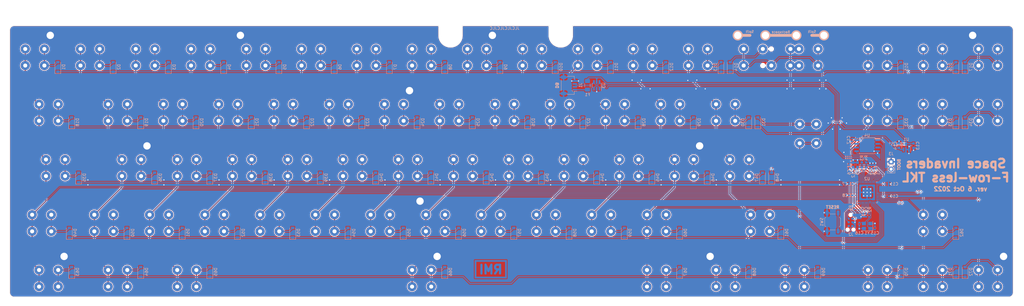
<source format=kicad_pcb>
(kicad_pcb (version 20211014) (generator pcbnew)
  (layers (0 "F.Cu" signal) (31 "B.Cu" signal) (34 "B.Paste" user) (35 "F.Paste" user) (36 "B.SilkS" user "B.Silkscreen") (37 "F.SilkS" user "F.Silkscreen") (38 "B.Mask" user) (39 "F.Mask" user) (44 "Edge.Cuts" user))
  (net 0 "")
  (net 1 "+1V1")
  (net 2 "GND")
  (net 3 "+3V3")
  (net 4 "+5V")
  (net 5 "Net-(C15-Pad2)")
  (net 6 "Net-(C16-Pad2)")
  (net 7 "Net-(D1-Pad2)")
  (net 8 "Net-(D2-Pad2)")
  (net 9 "Net-(D3-Pad2)")
  (net 10 "Net-(D4-Pad2)")
  (net 11 "Net-(D5-Pad2)")
  (net 12 "Net-(D6-Pad2)")
  (net 13 "Net-(D7-Pad2)")
  (net 14 "Net-(D8-Pad2)")
  (net 15 "Net-(D9-Pad2)")
  (net 16 "Net-(D10-Pad2)")
  (net 17 "Net-(D11-Pad2)")
  (net 18 "Net-(D12-Pad2)")
  (net 19 "Net-(D13-Pad2)")
  (net 20 "Net-(D14-Pad2)")
  (net 21 "Net-(D15-Pad2)")
  (net 22 "Net-(D16-Pad2)")
  (net 23 "Net-(D17-Pad2)")
  (net 24 "Net-(D18-Pad2)")
  (net 25 "Net-(D19-Pad2)")
  (net 26 "Net-(D20-Pad2)")
  (net 27 "Net-(D21-Pad2)")
  (net 28 "Net-(D22-Pad2)")
  (net 29 "Net-(D23-Pad2)")
  (net 30 "Net-(D24-Pad2)")
  (net 31 "Net-(D25-Pad2)")
  (net 32 "Net-(D26-Pad2)")
  (net 33 "Net-(D27-Pad2)")
  (net 34 "Net-(D28-Pad2)")
  (net 35 "Net-(D29-Pad2)")
  (net 36 "Net-(D30-Pad2)")
  (net 37 "Net-(D31-Pad2)")
  (net 38 "Net-(D32-Pad2)")
  (net 39 "Net-(D33-Pad2)")
  (net 40 "Net-(D34-Pad2)")
  (net 41 "Net-(D35-Pad2)")
  (net 42 "Net-(D36-Pad2)")
  (net 43 "Net-(D37-Pad2)")
  (net 44 "Net-(D38-Pad2)")
  (net 45 "Net-(D39-Pad2)")
  (net 46 "Net-(D40-Pad2)")
  (net 47 "Net-(D41-Pad2)")
  (net 48 "Net-(D42-Pad2)")
  (net 49 "Net-(D43-Pad2)")
  (net 50 "Net-(D44-Pad2)")
  (net 51 "Net-(D45-Pad2)")
  (net 52 "Net-(D46-Pad2)")
  (net 53 "Net-(D47-Pad2)")
  (net 54 "Net-(D48-Pad2)")
  (net 55 "Net-(D49-Pad2)")
  (net 56 "Net-(D50-Pad2)")
  (net 57 "Net-(D51-Pad2)")
  (net 58 "Net-(D52-Pad2)")
  (net 59 "Net-(D53-Pad2)")
  (net 60 "Net-(D54-Pad2)")
  (net 61 "Net-(D55-Pad2)")
  (net 62 "Net-(D56-Pad2)")
  (net 63 "Net-(D57-Pad2)")
  (net 64 "Net-(D58-Pad2)")
  (net 65 "Net-(D59-Pad2)")
  (net 66 "Net-(D60-Pad2)")
  (net 67 "Net-(D61-Pad2)")
  (net 68 "Net-(D62-Pad2)")
  (net 69 "Net-(D63-Pad2)")
  (net 70 "Net-(D64-Pad2)")
  (net 71 "Net-(D65-Pad2)")
  (net 72 "Net-(D66-Pad2)")
  (net 73 "Net-(D67-Pad2)")
  (net 74 "Net-(D68-Pad2)")
  (net 75 "Net-(D69-Pad2)")
  (net 76 "Net-(D70-Pad2)")
  (net 77 "Net-(D71-Pad2)")
  (net 78 "Net-(D72-Pad2)")
  (net 79 "VBUS")
  (net 80 "USB_D-")
  (net 81 "USB_D+")
  (net 82 "SWCLK")
  (net 83 "SWDIO")
  (net 84 "NRST")
  (net 86 "Net-(R2-Pad1)")
  (net 87 "D-")
  (net 88 "D+")
  (net 89 "QSPI_CS")
  (net 98 "QSPI_SD3")
  (net 99 "QSPI_SCLK")
  (net 100 "QSPI_SD0")
  (net 101 "QSPI_SD2")
  (net 102 "QSPI_SD1")
  (net 103 "GPIO29")
  (net 104 "GPIO28")
  (net 105 "GPIO27")
  (net 106 "GPIO26")
  (net 107 "GPIO25")
  (net 108 "GPIO24")
  (net 109 "GPIO23")
  (net 110 "GPIO20")
  (net 111 "GPIO19")
  (net 112 "GPIO18")
  (net 113 "GPIO17")
  (net 114 "GPIO16")
  (net 115 "GPIO15")
  (net 116 "GPIO14")
  (net 117 "GPIO13")
  (net 118 "GPIO12")
  (net 119 "GPIO11")
  (net 120 "GPIO10")
  (net 121 "GPIO9")
  (net 122 "GPIO8")
  (net 123 "GPIO6")
  (net 124 "GPIO7")
  (footprint "hitek725:Hitek725-1U" (layer "F.Cu") (at 171.45 0)
    (fp_text reference "HT10")
    (fp_text value "HiTek")
  )
  (footprint "hitek725:Hitek725-1U" (layer "F.Cu") (at 309.5625 76.2)
    (fp_text reference "HT72")
    (fp_text value "HiTek")
  )
  (footprint "hitek725:Hitek725-1.75U" (layer "F.Cu") (at 7.14375 38.1)
    (fp_text reference "HT35")
    (fp_text value "HiTek")
  )
  (footprint "hitek725:Hitek725-1U" (layer "F.Cu") (at 238.125 76.2)
    (fp_text reference "HT69")
    (fp_text value "HiTek")
  )
  (footprint "hitek725:Hitek725-1U" (layer "F.Cu") (at 138.1125 57.15)
    (fp_text reference "HT57")
    (fp_text value "HiTek")
  )
  (footprint "hitek725:Hitek725-1U" (layer "F.Cu") (at 95.25 0)
    (fp_text reference "HT6")
    (fp_text value "HiTek")
  )
  (footprint "hitek725:Hitek725-1U" (layer "F.Cu") (at 119.0625 57.15)
    (fp_text reference "HT56")
    (fp_text value "HiTek")
  )
  (footprint "hitek725:Hitek725-1U" (layer "F.Cu") (at 204.7875 38.1)
    (fp_text reference "HT45")
    (fp_text value "HiTek")
  )
  (footprint "hitek725:Hitek725-1U" (layer "F.Cu") (at 28.575 19.05)
    (fp_text reference "HT19")
    (fp_text value "HiTek")
  )
  (footprint "hitek725:Hitek725-1U" (layer "F.Cu") (at 66.675 19.05)
    (fp_text reference "HT21")
    (fp_text value "HiTek")
  )
  (footprint "hitek725:Hitek725-1U-DudPad" (layer "F.Cu") (at 247.65 0)
    (fp_text reference "HT14")
    (fp_text value "HiTek")
  )
  (footprint "hitek725:Hitek725-2U-DudPad" (layer "F.Cu") (at 257.175 0)
    (fp_text reference "HT49")
    (fp_text value "HiTek")
  )
  (footprint "hitek725:Hitek725-1U" (layer "F.Cu") (at 19.05 0)
    (fp_text reference "HT2")
    (fp_text value "HiTek")
  )
  (footprint "hitek725:Hitek725-1U" (layer "F.Cu") (at 109.5375 38.1)
    (fp_text reference "HT40")
    (fp_text value "HiTek")
  )
  (footprint "hitek725:Hitek725-1U" (layer "F.Cu") (at 166.6875 38.1)
    (fp_text reference "HT43")
    (fp_text value "HiTek")
  )
  (footprint "hitek725:Hitek725-1U" (layer "F.Cu") (at 309.5625 57.15)
    (fp_text reference "HT63")
    (fp_text value "HiTek")
  )
  (footprint "hitek725:Hitek725-1U" (layer "F.Cu") (at 228.6 0)
    (fp_text reference "HT13")
    (fp_text value "HiTek")
  )
  (footprint "hitek725:Hitek725-1U" (layer "F.Cu") (at 238.125 19.05)
    (fp_text reference "HT30")
    (fp_text value "HiTek")
  )
  (footprint "hitek725:Hitek725-1U" (layer "F.Cu") (at 290.5125 0)
    (fp_text reference "HT15")
    (fp_text value "HiTek")
  )
  (footprint "hitek725:Hitek725-1U" (layer "F.Cu") (at 133.35 0)
    (fp_text reference "HT8")
    (fp_text value "HiTek")
  )
  (footprint "hitek725:Hitek725-1U" (layer "F.Cu") (at 290.5125 19.05)
    (fp_text reference "HT32")
    (fp_text value "HiTek")
  )
  (footprint "hitek725:Hitek725-1.5U" (layer "F.Cu") (at 4.7625 19.05)
    (fp_text reference "HT18")
    (fp_text value "HiTek")
  )
  (footprint "hitek725:Hitek725-ISO" (layer "F.Cu") (at 264.31875 28.575)
    (fp_text reference "HT31")
    (fp_text value "HiTek")
  )
  (footprint "hitek725:Hitek725-1U" (layer "F.Cu") (at 71.4375 38.1)
    (fp_text reference "HT38")
    (fp_text value "HiTek")
  )
  (footprint "hitek725:Hitek725-1U" (layer "F.Cu") (at 38.1 0)
    (fp_text reference "HT3")
    (fp_text value "HiTek")
  )
  (footprint "hitek725:Hitek725-7U" (layer "F.Cu") (at 133.35 76.2)
    (fp_text reference "HT67")
    (fp_text value "HiTek")
  )
  (footprint "hitek725:Hitek725-1U" (layer "F.Cu") (at 309.5625 0)
    (fp_text reference "HT16")
    (fp_text value "HiTek")
  )
  (footprint "hitek725:Hitek725-1U" (layer "F.Cu") (at 52.3875 38.1)
    (fp_text reference "HT37")
    (fp_text value "HiTek")
  )
  (footprint "hitek725:Hitek725-1U" (layer "F.Cu") (at 152.4 0)
    (fp_text reference "HT9")
    (fp_text value "HiTek")
  )
  (footprint "hitek725:Hitek725-1U" (layer "F.Cu") (at 180.975 19.05)
    (fp_text reference "HT27")
    (fp_text value "HiTek")
  )
  (footprint "hitek725:Hitek725-1U" (layer "F.Cu") (at 290.5125 76.2)
    (fp_text reference "HT71")
    (fp_text value "HiTek")
  )
  (footprint "hitek725:Hitek725-1U" (layer "F.Cu") (at 328.6125 0)
    (fp_text reference "HT17")
    (fp_text value "HiTek")
  )
  (footprint "hitek725:Hitek725-1U" (layer "F.Cu") (at 76.2 0)
    (fp_text reference "HT5")
    (fp_text value "HiTek")
  )
  (footprint "hitek725:Hitek725-1U" (layer "F.Cu") (at 23.8125 57.15)
    (fp_text reference "HT51")
    (fp_text value "HiTek")
  )
  (footprint "hitek725:Hitek725-1U" (layer "F.Cu") (at 128.5875 38.1)
    (fp_text reference "HT41")
    (fp_text value "HiTek")
  )
  (footprint "hitek725:Hitek725-1U" (layer "F.Cu") (at 28.575 76.2)
    (fp_text reference "HT65")
    (fp_text value "HiTek")
  )
  (footprint "hitek725:Hitek725-1.5U" (layer "F.Cu") (at 4.7625 76.2)
    (fp_text reference "HT64")
    (fp_text value "HiTek")
  )
  (footprint "hitek725:Hitek725-1U" (layer "F.Cu") (at 142.875 19.05)
    (fp_text reference "HT25")
    (fp_text value "HiTek")
  )
  (footprint "hitek725:Hitek725-1U" (layer "F.Cu") (at 157.1625 57.15)
    (fp_text reference "HT58")
    (fp_text value "HiTek")
  )
  (footprint "hitek725:Hitek725-1U" (layer "F.Cu") (at 80.9625 57.15)
    (fp_text reference "HT54")
    (fp_text value "HiTek")
  )
  (footprint "hitek725:Hitek725-1U" (layer "F.Cu") (at 176.2125 57.15)
    (fp_text reference "HT59")
    (fp_text value "HiTek")
  )
  (footprint "hitek725:Hitek725-1U" (layer "F.Cu") (at 33.3375 38.1)
    (fp_text reference "HT36")
    (fp_text value "HiTek")
  )
  (footprint "hitek725:Hitek725-1.5U" (layer "F.Cu") (at 52.3875 76.2)
    (fp_text reference "HT66")
    (fp_text value "HiTek")
  )
  (footprint "hitek725:Hitek725-1U" (layer "F.Cu") (at 209.55 0)
    (fp_text reference "HT12")
    (fp_text value "HiTek")
  )
  (footprint "hitek725:Hitek725-1U" (layer "F.Cu") (at 328.6125 76.2)
    (fp_text reference "HT73")
    (fp_text value "HiTek")
  )
  (footprint "hitek725:Hitek725-1U" (layer "F.Cu") (at 309.5625 19.05)
    (fp_text reference "HT33")
    (fp_text value "HiTek")
  )
  (footprint "hitek725:Hitek725-1U" (layer "F.Cu") (at 104.775 19.05)
    (fp_text reference "HT23")
    (fp_text value "HiTek")
  )
  (footprint "hitek725:Hitek725-1U" (layer "F.Cu") (at 266.700224 0)
    (fp_text reference "HT48")
    (fp_text value "HiTek")
  )
  (footprint "hitek725:Hitek725-1U" (layer "F.Cu") (at 114.3 0)
    (fp_text reference "HT7")
    (fp_text value "HiTek")
  )
  (footprint "hitek725:Hitek725-1U" (layer "F.Cu") (at 195.2625 57.15)
    (fp_text reference "HT60")
    (fp_text value "HiTek")
  )
  (footprint "hitek725:Hitek725-1U" (layer "F.Cu") (at 57.15 0)
    (fp_text reference "HT4")
    (fp_text value "HiTek")
  )
  (footprint "hitek725:Hitek725-1U" (layer "F.Cu") (at 214.3125 57.15)
    (fp_text reference "HT61")
    (fp_text value "HiTek")
  )
  (footprint "hitek725:Hitek725-2.75U" (layer "F.Cu") (at 250.03125 57.15)
    (fp_text reference "HT62")
    (fp_text value "HiTek")
  )
  (footprint "hitek725:Hitek725-1.5U" (layer "F.Cu") (at 214.3125 76.2)
    (fp_text reference "HT68")
    (fp_text value "HiTek")
  )
  (footprint "hitek725:Hitek725-1U" (layer "F.Cu") (at 85.725 19.05)
    (fp_text reference "HT22")
    (fp_text value "HiTek")
  )
  (footprint "hitek725:Hitek725-1U" (layer "F.Cu") (at 47.625 19.05)
    (fp_text reference "HT20")
    (fp_text value "HiTek")
  )
  (footprint "hitek725:Hitek725-1U" (layer "F.Cu") (at 200.025 19.05)
    (fp_text reference "HT28")
    (fp_text value "HiTek")
  )
  (footprint "hitek725:Hitek725-1.5U" (layer "F.Cu") (at 261.9375 76.2)
    (fp_text reference "HT70")
    (fp_text value "HiTek")
  )
  (footprint "hitek725:Hitek725-1U" (layer "F.Cu") (at 123.825 19.05)
    (fp_text reference "HT24")
    (fp_text value "HiTek")
  )
  (footprint "hitek725:Hitek725-1U" (layer "F.Cu") (at 61.9125 57.15)
    (fp_text reference "HT53")
    (fp_text value "HiTek")
  )
  (footprint "hitek725:Hitek725-1U" (layer "F.Cu") (at 328.6125 19.05)
    (fp_text reference "HT34")
    (fp_text value "HiTek")
  )
  (footprint "hitek725:Hitek725-1U" (layer "F.Cu") (at 185.7375 38.1)
    (fp_text reference "HT44")
    (fp_text value "HiTek")
  )
  (footprint "hitek725:Hitek725-1U" (layer "F.Cu") (at 147.6375 38.1)
    (fp_text reference "HT42")
    (fp_text value "HiTek")
  )
  (footprint "hitek725:Hitek725-1U" (layer "F.Cu") (at 90.4875 38.1)
    (fp_text reference "HT39")
    (fp_text value "HiTek")
  )
  (footprint "hitek725:Hitek725-1U" (layer "F.Cu") (at 219.075 19.05)
    (fp_text reference "HT29")
    (fp_text value "HiTek")
  )
  (footprint "hitek725:Hitek725-1U" (layer "F.Cu") (at 223.8375 38.1)
    (fp_text reference "HT46")
    (fp_text value "HiTek")
  )
  (footprint "hitek725:Hitek725-1U" (layer "F.Cu") (at 242.8875 38.1)
    (fp_text reference "HT47")
    (fp_text value "HiTek")
  )
  (footprint "hitek725:Hitek725-1U" (layer "F.Cu") (at 190.5 0)
    (fp_text reference "HT11")
    (fp_text value "HiTek")
  )
  (footprint "hitek725:Hitek725-1.25U" (layer "F.Cu") (at 2.38125 57.15)
    (fp_text reference "HT50")
    (fp_text value "HiTek")
  )
  (footprint "hitek725:Hitek725-1U" (layer "F.Cu") (at 100.0125 57.15)
    (fp_text reference "HT55")
    (fp_text value "HiTek")
  )
  (footprint "hitek725:Hitek725-1U" (layer "F.Cu") (at 0 0)
    (fp_text reference "HT1")
    (fp_text value "HiTek")
  )
  (footprint "hitek725:Hitek725-1U" (layer "F.Cu") (at 42.8625 57.15)
    (fp_text reference "HT52")
    (fp_text value "HiTek")
  )
  (footprint "hitek725:Hitek725-1U" (layer "F.Cu") (at 161.925 19.05)
    (fp_text reference "HT26")
    (fp_text value "HiTek")
  )
  (footprint "random-keyboard-parts:D_SOD-123-Pretty" (layer "B.Cu") (at 222.25 62.70625 90)
    (fp_text reference "D60")
    (fp_text value "1N4148")
  )
  (footprint "random-keyboard-parts:D_SOD-123-Pretty" (layer "B.Cu") (at 93.6625 24.60625 90)
    (fp_text reference "D22")
    (fp_text value "1N4148")
  )
  (footprint "random-keyboard-parts:D_SOD-123-Pretty" (layer "B.Cu") (at 136.525 43.65625 90)
    (fp_text reference "D41")
    (fp_text value "1N4148")
  )
  (footprint "random-keyboard-parts:D_SOD-123-Pretty" (layer "B.Cu") (at 15.08125 43.65625 90)
    (fp_text reference "D35")
    (fp_text value "1N4148")
  )
  (footprint "Capacitor_SMD:C_0402_1005Metric" (layer "B.Cu") (at 293.8 50.1)
    (fp_text reference "C10")
    (fp_text value "100nF")
  )
  (footprint "random-keyboard-parts:D_SOD-123-Pretty" (layer "B.Cu") (at 150.8125 24.60625 90)
    (fp_text reference "D25")
    (fp_text value "1N4148")
  )
  (footprint "random-keyboard-parts:D_SOD-123-Pretty" (layer "B.Cu") (at 250.825 43.65625 90)
    (fp_text reference "D47")
    (fp_text value "1N4148")
  )
  (footprint "random-keyboard-parts:D_SOD-123-Pretty" (layer "B.Cu") (at 193.675 43.65625 90)
    (fp_text reference "D44")
    (fp_text value "1N4148")
  )
  (footprint "random-keyboard-parts:D_SOD-123-Pretty" (layer "B.Cu") (at 179.3875 5.55625 90)
    (fp_text reference "D10")
    (fp_text value "1N4148")
  )
  (footprint "Connector_PinSocket_2.54mm:PinSocket_1x02_P2.54mm_Vertical" (layer "B.Cu") (at 295.175 38.25 180)
    (fp_text reference "J3")
    (fp_text value "BOOT JUMPER")
  )
  (footprint "Capacitor_SMD:C_0603_1608Metric" (layer "B.Cu") (at 283.6 39.3 90)
    (fp_text reference "C3")
    (fp_text value "1uF")
  )
  (footprint "Capacitor_SMD:C_0402_1005Metric" (layer "B.Cu") (at 281.2 45.9 180)
    (fp_text reference "C7")
    (fp_text value "100nF")
  )
  (footprint "Capacitor_SMD:C_0402_1005Metric" (layer "B.Cu") (at 285.6 56.7 -90)
    (fp_text reference "C2")
    (fp_text value "100nF")
  )
  (footprint "random-keyboard-parts:D_SOD-123-Pretty" (layer "B.Cu") (at 74.6125 24.60625 90)
    (fp_text reference "D21")
    (fp_text value "1N4148")
  )
  (footprint "random-keyboard-parts:D_SOD-123-Pretty" (layer "B.Cu") (at 317.5 5.55625 90)
    (fp_text reference "D16")
    (fp_text value "1N4148")
  )
  (footprint "random-keyboard-parts:D_SOD-123-Pretty" (layer "B.Cu") (at 7.9375 5.55625 90)
    (fp_text reference "D1")
    (fp_text value "1N4148")
  )
  (footprint "random-keyboard-parts:D_SOD-123-Pretty" (layer "B.Cu") (at 298.45 5.55625 90)
    (fp_text reference "D15")
    (fp_text value "1N4148")
  )
  (footprint "random-keyboard-parts:D_SOD-123-Pretty" (layer "B.Cu") (at 26.9875 5.55625 90)
    (fp_text reference "D2")
    (fp_text value "1N4148")
  )
  (footprint "Capacitor_SMD:C_0402_1005Metric" (layer "B.Cu") (at 287.9 39.9 90)
    (fp_text reference "C4")
    (fp_text value "100nF")
  )
  (footprint "random-keyboard-parts:D_SOD-123-Pretty" (layer "B.Cu") (at 269.875 76.2 90)
    (fp_text reference "D69")
    (fp_text value "1N4148")
  )
  (footprint "random-keyboard-parts:D_SOD-123-Pretty" (layer "B.Cu") (at 217.4875 5.55625 90)
    (fp_text reference "D12")
    (fp_text value "1N4148")
  )
  (footprint "random-keyboard-parts:D_SOD-123-Pretty" (layer "B.Cu") (at 36.5125 76.2 90)
    (fp_text reference "D64")
    (fp_text value "1N4148")
  )
  (footprint "random-keyboard-parts:D_SOD-123-Pretty" (layer "B.Cu") (at 212.725 43.65625 90)
    (fp_text reference "D45")
    (fp_text value "1N4148")
  )
  (footprint "Capacitor_SMD:C_0402_1005Metric" (layer "B.Cu") (at 286.6 56.7 -90)
    (fp_text reference "C9")
    (fp_text value "100nF")
  )
  (footprint "random-keyboard-parts:D_SOD-123-Pretty" (layer "B.Cu") (at 141.2875 76.2 90)
    (fp_text reference "D66")
    (fp_text value "1N4148")
  )
  (footprint "random-keyboard-parts:D_SOD-123-Pretty" (layer "B.Cu") (at 60.325 43.65625 90)
    (fp_text reference "D37")
    (fp_text value "1N4148")
  )
  (footprint "random-keyboard-parts:D_SOD-123-Pretty" (layer "B.Cu") (at 320.675 5.55625 90)
    (fp_text reference "D17")
    (fp_text value "1N4148")
  )
  (footprint "random-keyboard-parts:D_SOD-123-Pretty" (layer "B.Cu") (at 320.675 24.60625 90)
    (fp_text reference "D34")
    (fp_text value "1N4148")
  )
  (footprint "Package_TO_SOT_SMD:SOT-23" (layer "B.Cu") (at 300.4 33.1 90)
    (fp_text reference "U1")
    (fp_text value "XC6206P332MR")
  )
  (footprint "random-keyboard-parts:D_SOD-123-Pretty" (layer "B.Cu") (at 320.675 76.2 90)
    (fp_text reference "D72")
    (fp_text value "1N4148")
  )
  (footprint "random-keyboard-parts:D_SOD-123-Pretty" (layer "B.Cu") (at 84.1375 5.55625 90)
    (fp_text reference "D5")
    (fp_text value "1N4148")
  )
  (footprint "random-keyboard-parts:D_SOD-123-Pretty" (layer "B.Cu") (at 131.7625 24.60625 90)
    (fp_text reference "D24")
    (fp_text value "1N4148")
  )
  (footprint "Fuse:Fuse_1206_3216Metric_Pad1.42x1.75mm_HandSolder" (layer "B.Cu") (at 190.5 11.90625 -90)
    (fp_text reference "F1")
    (fp_text value "500mA")
  )
  (footprint "random-keyboard-parts:D_SOD-123-Pretty" (layer "B.Cu") (at 246.0625 76.2 90)
    (fp_text reference "D68")
    (fp_text value "1N4148")
  )
  (footprint "random-keyboard-parts:D_SOD-123-Pretty" (layer "B.Cu") (at 31.75 62.70625 90)
    (fp_text reference "D50")
    (fp_text value "1N4148")
  )
  (footprint "random-keyboard-parts:D_SOD-123-Pretty" (layer "B.Cu") (at 98.425 43.65625 90)
    (fp_text reference "D39")
    (fp_text value "1N4148")
  )
  (footprint "random-keyboard-parts:D_SOD-123-Pretty" (layer "B.Cu") (at 117.475 43.65625 90)
    (fp_text reference "D40")
    (fp_text value "1N4148")
  )
  (footprint "random-keyboard-parts:D_SOD-123-Pretty" (layer "B.Cu") (at 122.2375 5.55625 90)
    (fp_text reference "D7")
    (fp_text value "1N4148")
  )
  (footprint "random-keyboard-parts:D_SOD-123-Pretty" (layer "B.Cu") (at 160.3375 5.55625 90)
    (fp_text reference "D9")
    (fp_text value "1N4148")
  )
  (footprint "random-keyboard-parts:D_SOD-123-Pretty" (layer "B.Cu") (at 55.5625 24.60625 90)
    (fp_text reference "D20")
    (fp_text value "1N4148")
  )
  (footprint "Capacitor_SMD:C_0402_1005Metric" (layer "B.Cu") (at 293.8 45.9)
    (fp_text reference "C11")
    (fp_text value "100nF")
  )
  (footprint "random-keyboard-parts:D_SOD-123-Pretty" (layer "B.Cu") (at 41.275 43.65625 90)
    (fp_text reference "D36")
    (fp_text value "1N4148")
  )
  (footprint "random-keyboard-parts:D_SOD-123-Pretty" (layer "B.Cu") (at 203.2 62.70625 90)
    (fp_text reference "D59")
    (fp_text value "1N4148")
  )
  (footprint "Capacitor_SMD:C_0402_1005Metric" (layer "B.Cu") (at 289.900001 39.9 90)
    (fp_text reference "C1")
    (fp_text value "100nF")
  )
  (footprint "random-keyboard-parts:D_SOD-123-Pretty" (layer "B.Cu") (at 298.45 76.2 90)
    (fp_text reference "D70")
    (fp_text value "1N4148")
  )
  (footprint "random-keyboard-parts:D_SOD-123-Pretty" (layer "B.Cu") (at 236.5375 5.55625 90)
    (fp_text reference "D13")
    (fp_text value "1N4148")
  )
  (footprint "random-keyboard-parts:D_SOD-123-Pretty" (layer "B.Cu") (at 165.1 62.70625 90)
    (fp_text reference "D57")
    (fp_text value "1N4148")
  )
  (footprint "random-keyboard-parts:D_SOD-123-Pretty" (layer "B.Cu") (at 198.4375 5.55625 90)
    (fp_text reference "D11")
    (fp_text value "1N4148")
  )
  (footprint "random-keyboard-parts:D_SOD-123-Pretty" (layer "B.Cu") (at 112.7125 24.60625 90)
    (fp_text reference "D23")
    (fp_text value "1N4148")
  )
  (footprint "random-keyboard-parts:D_SOD-123-Pretty" (layer "B.Cu") (at 12.7 76.2 90)
    (fp_text reference "D63")
    (fp_text value "1N4148")
  )
  (footprint "Crystal:Crystal_SMD_3225-4Pin_3.2x2.5mm" (layer "B.Cu") (at 286.9 60.4 180)
    (fp_text reference "Y1")
    (fp_text value "12MHz")
  )
  (footprint "Capacitor_SMD:C_0402_1005Metric" (layer "B.Cu") (at 280.8 39.9 90)
    (fp_text reference "C6")
    (fp_text value "100nF")
  )
  (footprint "random-keyboard-parts:D_SOD-123-Pretty" (layer "B.Cu") (at 298.45 24.60625 90)
    (fp_text reference "D32")
    (fp_text value "1N4148")
  )
  (footprint "random-keyboard-parts:D_SOD-123-Pretty" (layer "B.Cu") (at 227.0125 24.60625 90)
    (fp_text reference "D29")
    (fp_text value "1N4148")
  )
  (footprint "random-keyboard-parts:D_SOD-123-Pretty" (layer "B.Cu") (at 188.9125 24.60625 90)
    (fp_text reference "D27")
    (fp_text value "1N4148")
  )
  (footprint "random-keyboard-parts:D_SOD-123-Pretty" (layer "B.Cu") (at 103.1875 5.55625 90)
    (fp_text reference "D6")
    (fp_text value "1N4148")
  )
  (footprint "random-keyboard-parts:D_SOD-123-Pretty" (layer "B.Cu") (at 174.625 43.65625 90)
    (fp_text reference "D43")
    (fp_text value "1N4148")
  )
  (footprint "random-keyboard-parts:D_SOD-123-Pretty" (layer "B.Cu") (at 231.775 43.65625 90)
    (fp_text reference "D46")
    (fp_text value "1N4148")
  )
  (footprint "random-keyboard-parts:D_SOD-123-Pretty" (layer "B.Cu") (at 36.5125 24.60625 90)
    (fp_text reference "D19")
    (fp_text value "1N4148")
  )
  (footprint "Capacitor_SMD:C_0402_1005Metric" (layer "B.Cu") (at 281.199999 49.8 180)
    (fp_text reference "C8")
    (fp_text value "100nF")
  )
  (footprint "Capacitor_SMD:C_0603_1608Metric" (layer "B.Cu") (at 302.9 32.7 90)
    (fp_text reference "C13")
    (fp_text value "1uF")
  )
  (footprint "Capacitor_SMD:C_0402_1005Metric" (layer "B.Cu") (at 289.6 61.1 -90)
    (fp_text reference "C15")
    (fp_text value "30pF")
  )
  (footprint "random-keyboard-parts:D_SOD-123-Pretty" (layer "B.Cu") (at 60.325 76.2 90)
    (fp_text reference "D65")
    (fp_text value "1N4148")
  )
  (footprint "Button_Switch_SMD:SW_SPST_TL3342" (layer "B.Cu") (at 275 59 -90)
    (fp_text reference "SW1")
    (fp_text value "SW_Push")
  )
  (footprint "Resistor_SMD:R_0402_1005Metric" (layer "B.Cu") (at 282.4 54.15 -90)
    (fp_text reference "R1")
    (fp_text value "10K")
  )
  (footprint "random-keyboard-parts:D_SOD-123-Pretty" (layer "B.Cu") (at 317.5 76.2 90)
    (fp_text reference "D71")
    (fp_text value "1N4148")
  )
  (footprint "random-keyboard-parts:D_SOD-123-Pretty" (layer "B.Cu") (at 207.9625 24.60625 90)
    (fp_text reference "D28")
    (fp_text value "1N4148")
  )
  (footprint "random-keyboard-parts:D_SOD-123-Pretty" (layer "B.Cu") (at 88.9 62.70625 90)
    (fp_text reference "D53")
    (fp_text value "1N4148")
  )
  (footprint "random-keyboard-parts:D_SOD-123-Pretty" (layer "B.Cu") (at 65.0875 5.55625 90)
    (fp_text reference "D4")
    (fp_text value "1N4148")
  )
  (footprint "Capacitor_SMD:C_0603_1608Metric" (layer "B.Cu") (at 297.899998 32.7 90)
    (fp_text reference "C14")
    (fp_text value "1uF")
  )
  (footprint "random-keyboard-parts:D_SOD-123-Pretty" (layer "B.Cu") (at 254 43.65625 90)
    (fp_text reference "D48")
    (fp_text value "1N4148")
  )
  (footprint "random-keyboard-parts:D_SOD-123-Pretty" (layer "B.Cu") (at 11.90625 62.70625 90)
    (fp_text reference "D49")
    (fp_text value "1N4148")
  )
  (footprint "Resistor_SMD:R_0603_1608Metric" (layer "B.Cu") (at 285.1 39.3 90)
    (fp_text reference "R3")
    (fp_text value "27")
  )
  (footprint "Package_TO_SOT_SMD:SOT-23-6" (layer "B.Cu") (at 193.675 11.90625 90)
    (fp_text reference "U3")
    (fp_text value "SRV05-4")
  )
  (footprint "Resistor_SMD:R_0402_1005Metric" (layer "B.Cu") (at 287.6 56.7 -90)
    (fp_text reference "R2")
    (fp_text value "1k")
  )
  (footprint "random-keyboard-parts:D_SOD-123-Pretty" (layer "B.Cu") (at 141.2875 5.55625 90)
    (fp_text reference "D8")
    (fp_text value "1N4148")
  )
  (footprint "random-keyboard-parts:D_SOD-123-Pretty" (layer "B.Cu") (at 127 62.70625 90)
    (fp_text reference "D55")
    (fp_text value "1N4148")
  )
  (footprint "random-keyboard-parts:D_SOD-123-Pretty" (layer "B.Cu") (at 249.2375 24.60625 90)
    (fp_text reference "D31")
    (fp_text value "1N4148")
  )
  (footprint "random-keyboard-parts:D_SOD-123-Pretty" (layer "B.Cu") (at 239.7125 5.55625 90)
    (fp_text reference "D14")
    (fp_text value "1N4148")
  )
  (footprint "random-keyboard-parts:D_SOD-123-Pretty" (layer "B.Cu") (at 246.0625 24.60625 90)
    (fp_text reference "D30")
    (fp_text value "1N4148")
  )
  (footprint "random-keyboard-parts:D_SOD-123-Pretty" (layer "B.Cu") (at 184.15 62.70625 90)
    (fp_text reference "D58")
    (fp_text value "1N4148")
  )
  (footprint "random-keyboard-parts:D_SOD-123-Pretty" (layer "B.Cu") (at 317.5 24.60625 90)
    (fp_text reference "D33")
    (fp_text value "1N4148")
  )
  (footprint "random-keyboard-parts:D_SOD-123-Pretty" (layer "B.Cu") (at 107.95 62.70625 90)
    (fp_text reference "D54")
    (fp_text value "1N4148")
  )
  (footprint "Package_SO:SOIC-8_5.23x5.23mm_P1.27mm" (layer "B.Cu") (at 286.9 32.7 180)
    (fp_text reference "U4")
    (fp_text value "W25Q128JVS")
  )
  (footprint "random-keyboard-parts:D_SOD-123-Pretty" (layer "B.Cu") (at 146.05 62.70625 90)
    (fp_text reference "D56")
    (fp_text value "1N4148")
  )
  (footprint "random-keyboard-parts:D_SOD-123-Pretty" (layer "B.Cu") (at 257.175 62.70625 90)
    (fp_text reference "D61")
    (fp_text value "1N4148")
  )
  (footprint "Capacitor_SMD:C_0402_1005Metric" (layer "B.Cu") (at 284.2 59.7 90)
    (fp_text reference "C16")
    (fp_text value "30pF")
  )
  (footprint "Connector_JST:JST_SH_SM04B-SRSS-TB_1x04-1MP_P1.00mm_Horizontal" (layer "B.Cu") (at 184.15 11.90625 90)
    (fp_text reference "J1")
    (fp_text value "SM04B")
  )
  (footprint "Ramon:Signature" (layer "B.Cu") (at 157.1625 75.40625 180)
    (fp_text reference "G1" hide)
    (fp_text value "Signature")
  )
  (footprint "random-keyboard-parts:D_SOD-123-Pretty" (layer "B.Cu") (at 69.85 62.70625 90)
    (fp_text reference "D52")
    (fp_text value "1N4148")
  )
  (footprint "Connector:Tag-Connect_TC2030-IDC-NL_2x03_P1.27mm_Vertical" (layer "B.Cu") (at 281.2 59.1 -90)
    (fp_text reference "J2")
    (fp_text value "SWD-TagConnect")
  )
  (footprint "random-keyboard-parts:D_SOD-123-Pretty" (layer "B.Cu") (at 46.0375 5.55625 90)
    (fp_text reference "D3")
    (fp_text value "1N4148")
  )
  (footprint "random-keyboard-parts:D_SOD-123-Pretty" (layer "B.Cu") (at 79.375 43.65625 90)
    (fp_text reference "D38")
    (fp_text value "1N4148")
  )
  (footprint "random-keyboard-parts:D_SOD-123-Pretty" (layer "B.Cu") (at 317.5 62.70625 90)
    (fp_text reference "D62")
    (fp_text value "1N4148")
  )
  (footprint "Capacitor_SMD:C_0402_1005Metric" (layer "B.Cu") (at 288.9 39.9 90)
    (fp_text reference "C5")
    (fp_text value "100nF")
  )
  (footprint "random-keyboard-parts:RP2040-QFN-56" (layer "B.Cu") (at 286.9 48.8 180)
    (fp_text reference "U2")
    (fp_text value "RP2040")
  )
  (footprint "random-keyboard-parts:D_SOD-123-Pretty" (layer "B.Cu") (at 169.8625 24.60625 90)
    (fp_text reference "D26")
    (fp_text value "1N4148")
  )
  (footprint "Resistor_SMD:R_0603_1608Metric" (layer "B.Cu") (at 286.6 39.3 -90)
    (fp_text reference "R4")
    (fp_text value "27")
  )
  (footprint "Capacitor_SMD:C_0402_1005Metric" (layer "B.Cu") (at 281.7 30.7 -90)
    (fp_text reference "C17")
    (fp_text value "100nF")
  )
  (footprint "random-keyboard-parts:D_SOD-123-Pretty" (layer "B.Cu") (at 155.575 43.65625 90)
    (fp_text reference "D42")
    (fp_text value "1N4148")
  )
  (footprint "random-keyboard-parts:D_SOD-123-Pretty" (layer "B.Cu") (at 12.7 24.60625 90)
    (fp_text reference "D18")
    (fp_text value "1N4148")
  )
  (footprint "random-keyboard-parts:D_SOD-123-Pretty" (layer "B.Cu") (at 222.25 76.2 90)
    (fp_text reference "D67")
    (fp_text value "1N4148")
  )
  (footprint "Capacitor_SMD:C_0603_1608Metric" (layer "B.Cu") (at 282.1 39.3 90)
    (fp_text reference "C12")
    (fp_text value "1uF")
  )
  (footprint "random-keyboard-parts:D_SOD-123-Pretty" (layer "B.Cu") (at 50.8 62.70625 90)
    (fp_text reference "D51")
    (fp_text value "1N4148")
  )
  (gr_circle (center 251.845 -5.33) (end 253.115 -5.33) (layer "B.SilkS") (width 1) (fill none))
  (gr_circle (center 272.03 -5.33) (end 273.3 -5.33) (layer "B.SilkS") (width 1) (fill none))
  (gr_circle (center 242.32 -5.33) (end 243.59 -5.33) (layer "B.SilkS") (width 1) (fill none))
  (gr_line (start 243.59 -5.33) (end 246.515 -5.33) (layer "B.SilkS") (width 1))
  (gr_circle (center 262.505 -5.33) (end 263.775 -5.33) (layer "B.SilkS") (width 1) (fill none))
  (gr_line (start 253.115 -5.33) (end 261.235 -5.33) (layer "B.SilkS") (width 1))
  (gr_line (start 270.76 -5.33) (end 267.835 -5.33) (layer "B.SilkS") (width 1))
  (gr_line (start -7.14375 84.93125) (end 335.75625 84.93125) (layer "Edge.Cuts") (width 0.05))
  (gr_arc (start 337.34375 83.34375) (mid 336.878782 84.466282) (end 335.75625 84.93125) (layer "Edge.Cuts") (width 0.05))
  (gr_line (start 139.30625 -8.73125) (end -7.14375 -8.73125) (layer "Edge.Cuts") (width 0.05))
  (gr_arc (start 185.30625 -5.327386) (mid 181.30625 -1.327386) (end 177.30625 -5.327386) (layer "Edge.Cuts") (width 0.05))
  (gr_line (start 185.30625 -5.327386) (end 185.30625 -8.73125) (layer "Edge.Cuts") (width 0.05))
  (gr_line (start -8.73125 -7.14375) (end -8.73125 83.34375) (layer "Edge.Cuts") (width 0.05))
  (gr_arc (start -7.14375 84.93125) (mid -8.266282 84.466282) (end -8.73125 83.34375) (layer "Edge.Cuts") (width 0.05))
  (gr_arc (start 335.75625 -8.73125) (mid 336.878782 -8.266282) (end 337.34375 -7.14375) (layer "Edge.Cuts") (width 0.05))
  (gr_arc (start 147.30625 -5.327386) (mid 143.30625 -1.327386) (end 139.30625 -5.327386) (layer "Edge.Cuts") (width 0.05))
  (gr_line (start 147.30625 -5.327386) (end 147.30625 -8.73125) (layer "Edge.Cuts") (width 0.05))
  (gr_line (start 147.30625 -8.73125) (end 177.30625 -8.73125) (layer "Edge.Cuts") (width 0.05))
  (gr_line (start 337.34375 83.34375) (end 337.34375 -7.14375) (layer "Edge.Cuts") (width 0.05))
  (gr_line (start 177.30625 -5.327386) (end 177.30625 -8.73125) (layer "Edge.Cuts") (width 0.05))
  (gr_line (start 139.30625 -5.327386) (end 139.30625 -8.73125) (layer "Edge.Cuts") (width 0.05))
  (gr_arc (start -8.73125 -7.14375) (mid -8.266282 -8.266282) (end -7.14375 -8.73125) (layer "Edge.Cuts") (width 0.05))
  (gr_line (start 185.30625 -8.73125) (end 335.75625 -8.73125) (layer "Edge.Cuts") (width 0.05))
  (gr_text "BOOT" (at 297.9 39.2 90) (layer "B.SilkS") (effects (font (size 1 1) (thickness 0.25)) (justify mirror)))
  (gr_text "Backspace" (at 257.175 -6.5) (layer "B.SilkS") (effects (font (size 0.8 0.8)) (justify mirror)))
  (gr_text "Split" (at 246.459375 -6.6) (layer "B.SilkS") (effects (font (size 0.8 0.8)) (justify mirror)))
  (gr_text "RESET" (at 275 53.9) (layer "B.SilkS") (effects (font (size 1 1) (thickness 0.25)) (justify mirror)))
  (gr_text "Split" (at 267.890625 -6.6) (layer "B.SilkS") (effects (font (size 0.8 0.8)) (justify mirror)))
  (gr_text "ver. 6 Oct 2022" (at 319.0875 47.625) (layer "B.SilkS") (effects (font (size 1.5 1.5) (thickness 0.375)) (justify mirror)))
  (gr_text "Space Invaders\nF-row-less TKL" (at 317.5 41.275) (layer "B.SilkS") (effects (font (size 3 3) (thickness 0.75)) (justify mirror)))
  (gr_text "JLCJLCJLCJLC" (at 161.925 -7.8) (layer "B.SilkS") (effects (font (size 1 1)) (justify mirror)))
  (gr_text "DB" (at 180 11.90625 270) (layer "B.SilkS") (effects (font (size 1 1) (thickness 0.25)) (justify mirror)))
  (segment (start 289.412989 41.887011) (end 289.9 41.4) (width 0.375) (layer "F.Cu") (net 1))
  (segment (start 283.2 42.5) (end 283.2 53.1) (width 0.375) (layer "F.Cu") (net 1))
  (segment (start 289.9 41.4) (end 289.9 41.1) (width 0.375) (layer "F.Cu") (net 1))
  (segment (start 287.574008 41.887011) (end 289.412989 41.887011) (width 0.375) (layer "F.Cu") (net 1))
  (segment (start 284.6 41.1) (end 286.786995 41.1) (width 0.375) (layer "F.Cu") (net 1))
  (segment (start 284.6 41.1) (end 283.2 42.5) (width 0.375) (layer "F.Cu") (net 1))
  (segment (start 283.2 53.1) (end 285.6 55.500001) (width 0.375) (layer "F.Cu") (net 1))
  (segment (start 286.786995 41.1) (end 287.574008 41.887011) (width 0.375) (layer "F.Cu") (net 1))
  (via (at 284.344622 41.355378) (size 0.8) (drill 0.4) (layers "F.Cu" "B.Cu") (net 1))
  (via (at 289.9 41.1) (size 0.8) (drill 0.4) (layers "F.Cu" "B.Cu") (net 1))
  (via (at 285.6 55.500001) (size 0.8) (drill 0.4) (layers "F.Cu" "B.Cu") (net 1))
  (segment (start 285.1 45.3625) (end 285.1 43.1) (width 0.2) (layer "B.Cu") (net 1))
  (segment (start 285.6 56.22) (end 285.6 55.500001) (width 0.2) (layer "B.Cu") (net 1))
  (segment (start 287.099999 43.639976) (end 288.539976 42.2) (width 0.2) (layer "B.Cu") (net 1))
  (segment (start 285.1 43.1) (end 285.1 42.110756) (width 0.2) (layer "B.Cu") (net 1))
  (segment (start 287.1 45.3625) (end 287.099999 43.639976) (width 0.2) (layer "B.Cu") (net 1))
  (segment (start 283.6 40.075) (end 283.6 40.610756) (width 0.2) (layer "B.Cu") (net 1))
  (segment (start 285.1 42.110756) (end 284.344622 41.355378) (width 0.2) (layer "B.Cu") (net 1))
  (segment (start 283.6 40.610756) (end 284.344622 41.355378) (width 0.2) (layer "B.Cu") (net 1))
  (segment (start 288.539976 42.2) (end 288.8 42.2) (width 0.2) (layer "B.Cu") (net 1))
  (segment (start 289.899998 40.38) (end 289.9 41.1) (width 0.2) (layer "B.Cu") (net 1))
  (segment (start 286.3 52.2375) (end 286.3 54.8) (width 0.2) (layer "B.Cu") (net 1))
  (segment (start 288.8 42.2) (end 289.9 41.1) (width 0.2) (layer "B.Cu") (net 1))
  (segment (start 286.3 54.8) (end 285.6 55.500001) (width 0.2) (layer "B.Cu") (net 1))
  (via (at 288.1 47.6) (size 0.8) (drill 0.4) (layers "F.Cu" "B.Cu") (net 2))
  (via (at 228.2 10.1) (size 0.8) (drill 0.4) (layers "F.Cu" "B.Cu") (net 2))
  (via (at 272.030224 -5.33) (size 3.81) (drill 2.54) (layers "F.Cu" "B.Cu") (net 2))
  (via (at 301.3 35.4) (size 0.8) (drill 0.4) (layers "F.Cu" "B.Cu") (net 2))
  (via (at 227.9 13.1) (size 0.8) (drill 0.4) (layers "F.Cu" "B.Cu") (net 2))
  (via (at 208.9 13.1) (size 0.8) (drill 0.4) (layers "F.Cu" "B.Cu") (net 2))
  (via (at 280 45.9) (size 0.8) (drill 0.4) (layers "F.Cu" "B.Cu") (net 2))
  (via (at 285.7 48.8) (size 0.8) (drill 0.4) (layers "F.Cu" "B.Cu") (net 2))
  (via (at 286.9 47.6) (size 0.8) (drill 0.4) (layers "F.Cu" "B.Cu") (net 2))
  (via (at 101.6 46.2) (size 0.8) (drill 0.4) (layers "F.Cu" "B.Cu") (net 2))
  (via (at 257.2 44.5) (size 0.8) (drill 0.4) (layers "F.Cu" "B.Cu") (net 2))
  (via (at 158.8 46.2) (size 0.8) (drill 0.4) (layers "F.Cu" "B.Cu") (net 2))
  (via (at 272.7 10.1) (size 0.8) (drill 0.4) (layers "F.Cu" "B.Cu") (net 2))
  (via (at 333.9425 70.87) (size 3.81) (drill 2.54) (layers "F.Cu" "B.Cu") (net 2))
  (via (at 209.1 10.1) (size 0.8) (drill 0.4) (layers "F.Cu" "B.Cu") (net 2))
  (via (at 272.7 13.1) (size 0.8) (drill 0.4) (layers "F.Cu" "B.Cu") (net 2))
  (via (at 277.4 44.5) (size 0.8) (drill 0.4) (layers "F.Cu" "B.Cu") (net 2))
  (via (at 282.1 37.62448) (size 0.8) (drill 0.4) (layers "F.Cu" "B.Cu") (net 2))
  (via (at 242.32 -5.33) (size 3.81) (drill 2.54) (layers "F.Cu" "B.Cu") (net 2))
  (via (at 63.5 46.2) (size 0.8) (drill 0.4) (layers "F.Cu" "B.Cu") (net 2))
  (via (at 231.1 13.1) (size 0.8) (drill 0.4) (layers "F.Cu" "B.Cu") (net 2))
  (via (at 287.9 38.7) (size 0.8) (drill 0.4) (layers "F.Cu" "B.Cu") (net 2))
  (via (at 257.2 46.2) (size 0.8) (drill 0.4) (layers "F.Cu" "B.Cu") (net 2))
  (via (at 5.33 -5.33) (size 3.81) (drill 2.54) (layers "F.Cu" "B.Cu") (net 2))
  (via (at 234.9 46.2) (size 0.8) (drill 0.4) (layers "F.Cu" "B.Cu") (net 2))
  (via (at 196.8 46.2) (size 0.8) (drill 0.4) (layers "F.Cu" "B.Cu") (net 2))
  (via (at 259.3 10.1) (size 0.8) (drill 0.4) (layers "F.Cu" "B.Cu") (net 2))
  (via (at 295 50.1) (size 0.8) (drill 0.4) (layers "F.Cu" "B.Cu") (net 2))
  (via (at 270.5 13.1) (size 0.8) (drill 0.4) (layers "F.Cu" "B.Cu") (net 2))
  (via (at 229.1675 32.77) (size 3.81) (drill 2.54) (layers "F.Cu" "B.Cu") (net 2))
  (via (at 286.9 48.8) (size 0.8) (drill 0.4) (layers "F.Cu" "B.Cu") (net 2))
  (via (at 288.9 38.7) (size 0.8) (drill 0.4) (layers "F.Cu" "B.Cu") (net 2))
  (via (at 10.0925 70.87) (size 3.81) (drill 2.54) (layers "F.Cu" "B.Cu") (net 2))
  (via (at 282.7 59.1) (size 0.8) (drill 0.4) (layers "F.Cu" "B.Cu") (net 2))
  (via (at 82.5 44.5) (size 0.8) (drill 0.4) (layers "F.Cu" "B.Cu") (net 2))
  (via (at 177.8 46.2) (size 0.8) (drill 0.4) (layers "F.Cu" "B.Cu") (net 2))
  (via (at 225.1 10.2) (size 0.8) (drill 0.4) (layers "F.Cu" "B.Cu") (net 2))
  (via (at 289.9 38.699998) (size 0.8) (drill 0.4) (layers "F.Cu" "B.Cu") (net 2))
  (via (at 215.9 44.5) (size 0.8) (drill 0.4) (layers "F.Cu" "B.Cu") (net 2))
  (via (at 278.3 23.1) (size 0.8) (drill 0.4) (layers "F.Cu" "B.Cu") (net 2))
  (via (at 187.4 10.4) (size 0.8) (drill 0.4) (layers "F.Cu" "B.Cu") (net 2))
  (via (at 132.7825 51.82) (size 3.81) (drill 2.54) (layers "F.Cu" "B.Cu") (net 2))
  (via (at 18.3 44.5) (size 0.8) (drill 0.4) (layers "F.Cu" "B.Cu") (net 2))
  (via (at 177.8 44.5) (size 0.8) (drill 0.4) (layers "F.Cu" "B.Cu") (net 2))
  (via (at 261.6 13.1) (size 0.8) (drill 0.4) (layers "F.Cu" "B.Cu") (net 2))
  (via (at 289.3 34.6) (size 0.8) (drill 0.4) (layers "F.Cu" "B.Cu") (net 2))
  (via (at 275 27) (size 0.8) (drill 0.4) (layers "F.Cu" "B.Cu") (net 2))
  (via (at 278.8 38.2) (size 0.8) (drill 0.4) (layers "F.Cu" "B.Cu") (net 2))
  (via (at 215.9 46.2) (size 0.8) (drill 0.4) (layers "F.Cu" "B.Cu") (net 2))
  (via (at 323.2825 -5.33) (size 3.81) (drill 2.54) (layers "F.Cu" "B.Cu") (net 2))
  (via (at 272.1 55.8) (size 0.8) (drill 0.4) (layers "F.Cu" "B.Cu") (net 2))
  (via (at 272.1 62.2) (size 0.8) (drill 0.4) (layers "F.Cu" "B.Cu") (net 2))
  (via (at 280.999999 31.2) (size 0.8) (drill 0.4) (layers "F.Cu" "B.Cu") (net 2))
  (via (at 63.5 44.5) (size 0.8) (drill 0.4) (layers "F.Cu" "B.Cu") (net 2))
  (via (at 139.7 46.2) (size 0.8) (drill 0.4) (layers "F.Cu" "B.Cu") (net 2))
  (via (at 284.799999 57.2) (size 0.8) (drill 0.4) (layers "F.Cu" "B.Cu") (net 2))
  (via (at 212.1 13.1) (size 0.8) (drill 0.4) (layers "F.Cu" "B.Cu") (net 2))
  (via (at 277.6 27) (size 0.8) (drill 0.4) (layers "F.Cu" "B.Cu") (net 2))
  (via (at 273.5 24.9) (size 0.8) (drill 0.4) (layers "F.Cu" "B.Cu") (net 2))
  (via (at 185.087 10.4) (size 0.8) (drill 0.4) (layers "F.Cu" "B.Cu") (net 2))
  (via (at 205.9 10.1) (size 0.8) (drill 0.4) (layers "F.Cu" "B.Cu") (net 2))
  (via (at 261.6 10.1) (size 0.8) (drill 0.4) (layers "F.Cu" "B.Cu") (net 2))
  (via (at 139.7 44.5) (size 0.8) (drill 0.4) (layers "F.Cu" "B.Cu") (net 2))
  (via (at 289.6 59.5) (size 0.8) (drill 0.4) (layers "F.Cu" "B.Cu") (net 2))
  (via (at 283.6 37.62448) (size 0.8) (drill 0.4) (layers "F.Cu" "B.Cu") (net 2))
  (via (at 138.68 70.87) (size 3.81) (drill 2.54) (layers "F.Cu" "B.Cu") (net 2))
  (via (at 284.2 61.3) (size 0.8) (drill 0.4) (layers "F.Cu" "B.Cu") (net 2))
  (via (at 193.7 14.1) (size 0.8) (drill 0.4) (layers "F.Cu" "B.Cu") (net 2))
  (via (at 44.5 44.5) (size 0.8) (drill 0.4) (layers "F.Cu" "B.Cu") (net 2))
  (via (at 158.8 44.5) (size 0.8) (drill 0.4) (layers "F.Cu" "B.Cu") (net 2))
  (via (at 280 49.8) (size 0.8) (drill 0.4) (layers "F.Cu" "B.Cu") (net 2))
  (via (at 120.7 46.2) (size 0.8) (drill 0.4) (layers "F.Cu" "B.Cu") (net 2))
  (via (at 285.7 50) (size 0.8) (drill 0.4) (layers "F.Cu" "B.Cu") (net 2))
  (via (at 196.8 44.5) (size 0.8) (drill 0.4) (layers "F.Cu" "B.Cu") (net 2))
  (via (at 278.9 35) (size 0.8) (drill 0.4) (layers "F.Cu" "B.Cu") (net 2))
  (via (at 297.9 31.1) (size 0.8) (drill 0.4) (layers "F.Cu" "B.Cu") (net 2))
  (via (at 129.155 13.72) (size 3.81) (drill 2.54) (layers "F.Cu" "B.Cu") (net 2))
  (via (at 277.4 46.2) (size 0.8) (drill 0.4) (layers "F.Cu" "B.Cu") (net 2))
  (via (at 70.87 -5.33) (size 3.81) (drill 2.54) (layers "F.Cu" "B.Cu") (net 2))
  (via (at 82.5 46.2) (size 0.8) (drill 0.4) (layers "F.Cu" "B.Cu") (net 2))
  (via (at 285.7 47.6) (size 0.8) (drill 0.4) (layers "F.Cu" "B.Cu") (net 2))
  (via (at 270.5 10.1) (size 0.8) (drill 0.4) (layers "F.Cu" "B.Cu") (net 2))
  (via (at 18.3 46.2) (size 0.8) (drill 0.4) (layers "F.Cu" "B.Cu") (net 2))
  (via (at 301.4 33) (size 0.8) (drill 0.4) (layers "F.Cu" "B.Cu") (net 2))
  (via (at 251.845 -5.33) (size 3.81) (drill 2.54) (layers "F.Cu" "B.Cu") (net 2))
  (via (at 274.6 23.1) (size 0.8) (drill 0.4) (layers "F.Cu" "B.Cu") (net 2))
  (via (at 157.73 -5.33) (size 3.81) (drill 2.54) (layers "F.Cu" "B.Cu") (net 2))
  (via (at 101.6 44.5) (size 0.8) (drill 0.4) (layers "F.Cu" "B.Cu") (net 2))
  (via (at 232.795 70.87) (size 3.81) (drill 2.54) (layers "F.Cu" "B.Cu") (net 2))
  (via (at 259.3 13.1) (size 0.8) (drill 0.4) (layers "F.Cu" "B.Cu") (net 2))
  (via (at 38.6675 32.77) (size 3.81) (drill 2.54) (layers "F.Cu" "B.Cu") (net 2))
  (via (at 44.5 46.2) (size 0.8) (drill 0.4) (layers "F.Cu" "B.Cu") (net 2))
  (via (at 288.1 49.999999) (size 0.8) (drill 0.4) (layers "F.Cu" "B.Cu") (net 2))
  (via (at 295 45.9) (size 0.8) (drill 0.4) (layers "F.Cu" "B.Cu") (net 2))
  (via (at 262.505 -5.33) (size 3.81) (drill 2.54) (layers "F.Cu" "B.Cu") (net 2))
  (via (at 279.8 24.9) (size 0.8) (drill 0.4) (layers "F.Cu" "B.Cu") (net 2))
  (via (at 286.9 50) (size 0.8) (drill 0.4) (layers "F.Cu" "B.Cu") (net 2))
  (via (at 234.9 44.5) (size 0.8) (drill 0.4) (layers "F.Cu" "B.Cu") (net 2))
  (via (at 290.5 35.3) (size 0.8) (drill 0.4) (layers "F.Cu" "B.Cu") (net 2))
  (via (at 120.7 44.5) (size 0.8) (drill 0.4) (layers "F.Cu" "B.Cu") (net 2))
  (via (at 288.1 48.8) (size 0.8) (drill 0.4) (layers "F.Cu" "B.Cu") (net 2))
  (via (at 302.9 34.3) (size 0.8) (drill 0.4) (layers "F.Cu" "B.Cu") (net 2))
  (segment (start 301.35 34.037501) (end 301.35 33.05) (width 0.375) (layer "B.Cu") (net 2))
  (segment (start 282.1 38.525) (end 282.1 37.62448) (width 0.2) (layer "B.Cu") (net 2))
  (segment (start 289.9 39.42) (end 289.9 38.699998) (width 0.2) (layer "B.Cu") (net 2))
  (segment (start 284.2 60.18) (end 284.2 61.3) (width 0.2) (layer "B.Cu") (net 2))
  (segment (start 186.15 10.40625) (end 187.39375 10.40625) (width 0.375) (layer "B.Cu") (net 2))
  (segment (start 186.15 10.40625) (end 185.09325 10.40625) (width 0.375) (layer "B.Cu") (net 2))
  (segment (start 273.1 55.85) (end 272.15 55.85) (width 0.375) (layer "B.Cu") (net 2))
  (segment (start 187.39375 10.40625) (end 187.4 10.4) (width 0.375) (layer "B.Cu") (net 2))
  (segment (start 284.82 57.18) (end 284.799999 57.2) (width 0.2) (layer "B.Cu") (net 2))
  (segment (start 287.9 39.42) (end 287.9 38.7) (width 0.2) (layer "B.Cu") (net 2))
  (segment (start 285.8 61.25) (end 284.25 61.25) (width 0.2) (layer "B.Cu") (net 2))
  (segment (start 302.9 33.475) (end 302.9 34.3) (width 0.375) (layer "B.Cu") (net 2))
  (segment (start 281.700001 31.18) (end 281.02 31.18) (width 0.2) (layer "B.Cu") (net 2))
  (segment (start 280.72 49.8) (end 280 49.8) (width 0.2) (layer "B.Cu") (net 2))
  (segment (start 287.9 52.2375) (end 287.9 49.799998) (width 0.2) (layer "B.Cu") (net 2))
  (segment (start 301.35 33.05) (end 301.4 33) (width 0.375) (layer "B.Cu") (net 2))
  (segment (start 272.15 55.85) (end 272.1 55.8) (width 0.375) (layer "B.Cu") (net 2))
  (segment (start 289.6 60.62) (end 289.6 59.5) (width 0.2) (layer "B.Cu") (net 2))
  (segment (start 289.55 59.55) (end 289.6 59.5) (width 0.2) (layer "B.Cu") (net 2))
  (segment (start 273.1 62.15) (end 272.15 62.15) (width 0.375) (layer "B.Cu") (net 2))
  (segment (start 301.35 34.037501) (end 301.35 35.35) (width 0.375) (layer "B.Cu") (net 2))
  (segment (start 297.9 31.925) (end 297.9 31.1) (width 0.375) (layer "B.Cu") (net 2))
  (segment (start 301.35 35.35) (end 301.3 35.4) (width 0.375) (layer "B.Cu") (net 2))
  (segment (start 193.675 13.04375) (end 193.675 14.075) (width 0.375) (layer "B.Cu") (net 2))
  (segment (start 290.5 34.605) (end 290.5 35.3) (width 0.375) (layer "B.Cu") (net 2))
  (segment (start 193.675 14.075) (end 193.7 14.1) (width 0.375) (layer "B.Cu") (net 2))
  (segment (start 284.25 61.25) (end 284.2 61.3) (width 0.2) (layer "B.Cu") (net 2))
  (segment (start 185.09325 10.40625) (end 185.087 10.4) (width 0.375) (layer "B.Cu") (net 2))
  (segment (start 285.6 57.179999) (end 284.82 57.18) (width 0.2) (layer "B.Cu") (net 2))
  (segment (start 286.6 57.180002) (end 285.6 57.179999) (width 0.2) (layer "B.Cu") (net 2))
  (segment (start 294.28 45.9) (end 295 45.9) (width 0.2) (layer "B.Cu") (net 2))
  (segment (start 281.835 59.1) (end 282.7 59.1) (width 0.375) (layer "B.Cu") (net 2))
  (segment (start 290.5 34.605) (end 289.305 34.605) (width 0.375) (layer "B.Cu") (net 2))
  (segment (start 281.02 31.18) (end 280.999999 31.2) (width 0.2) (layer "B.Cu") (net 2))
  (segment (start 283.6 38.525) (end 283.6 37.62448) (width 0.2) (layer "B.Cu") (net 2))
  (segment (start 272.15 62.15) (end 272.1 62.2) (width 0.375) (layer "B.Cu") (net 2))
  (segment (start 288.9 39.420001) (end 288.9 38.7) (width 0.2) (layer "B.Cu") (net 2))
  (segment (start 280.72 45.9) (end 280 45.9) (width 0.2) (layer "B.Cu") (net 2))
  (segment (start 289.305 34.605) (end 289.3 34.6) (width 0.375) (layer "B.Cu") (net 2))
  (segment (start 288 59.55) (end 289.55 59.55) (width 0.2) (layer "B.Cu") (net 2))
  (segment (start 294.28 50.1) (end 295 50.1) (width 0.2) (layer "B.Cu") (net 2))
  (segment (start 287.9 49.799998) (end 286.9 48.8) (width 0.2) (layer "B.Cu") (net 2))
  (segment (start 286.6 55.613003) (end 285.925992 56.287011) (width 0.375) (layer "F.Cu") (net 3))
  (segment (start 285.274008 56.287011) (end 282.4 53.413003) (width 0.375) (layer "F.Cu") (net 3))
  (segment (start 282.4 41.700001) (end 281.8 41.099999) (width 0.375) (layer "F.Cu") (net 3))
  (segment (start 287.112989 40.312989) (end 283.887011 40.312989) (width 0.375) (layer "F.Cu") (net 3))
  (segment (start 289.574008 40.312989) (end 290.312989 40.312989) (width 0.375) (layer "F.Cu") (net 3))
  (segment (start 286.6 55.5) (end 286.6 55.613003) (width 0.375) (layer "F.Cu") (net 3))
  (segment (start 292.6 45.9) (end 292.6 42.6) (width 0.375) (layer "F.Cu") (net 3))
  (segment (start 282.4 53.413003) (end 282.399999 53.000001) (width 0.375) (layer "F.Cu") (net 3))
  (segment (start 283.887011 40.312989) (end 283.1 41.1) (width 0.375) (layer "F.Cu") (net 3))
  (segment (start 284.5 30.8) (end 281.012989 34.287011) (width 0.375) (layer "F.Cu") (net 3))
  (segment (start 288.9 41.099999) (end 287.9 41.1) (width 0.375) (layer "F.Cu") (net 3))
  (segment (start 282.399998 52.7) (end 282.4 49.8) (width 0.375) (layer "F.Cu") (net 3))
  (segment (start 285.925992 56.287011) (end 285.274008 56.287011) (width 0.375) (layer "F.Cu") (net 3))
  (segment (start 282.399999 53.000001) (end 282.399998 52.7) (width 0.375) (layer "F.Cu") (net 3))
  (segment (start 288.9 40.986997) (end 289.574008 40.312989) (width 0.375) (layer "F.Cu") (net 3))
  (segment (start 282.4 45.900001) (end 282.4 49.8) (width 0.375) (layer "F.Cu") (net 3))
  (segment (start 287.9 41.1) (end 287.112989 40.312989) (width 0.375) (layer "F.Cu") (net 3))
  (segment (start 290.312989 40.312989) (end 292.6 42.6) (width 0.375) (layer "F.Cu") (net 3))
  (segment (start 281.012989 34.287011) (end 281.012989 40.312989) (width 0.375) (layer "F.Cu") (net 3))
  (segment (start 282.4 45.900001) (end 282.4 41.700001) (width 0.375) (layer "F.Cu") (net 3))
  (segment (start 288.9 41.099999) (end 288.9 40.986997) (width 0.375) (layer "F.Cu") (net 3))
  (segment (start 283.1 41.1) (end 281.8 41.099999) (width 0.375) (layer "F.Cu") (net 3))
  (segment (start 281.012989 40.312989) (end 281.8 41.099999) (width 0.375) (layer "F.Cu") (net 3))
  (segment (start 292.6 45.9) (end 292.6 50.1) (width 0.375) (layer "F.Cu") (net 3))
  (via (at 283.1 41.1) (size 0.8) (drill 0.4) (layers "F.Cu" "B.Cu") (net 3))
  (via (at 284.5 30.8) (size 0.8) (drill 0.4) (layers "F.Cu" "B.Cu") (net 3))
  (via (at 287.9 41.1) (size 0.8) (drill 0.4) (layers "F.Cu" "B.Cu") (net 3))
  (via (at 282.4 49.8) (size 0.8) (drill 0.4) (layers "F.Cu" "B.Cu") (net 3))
  (via (at 282.4 45.900001) (size 0.8) (drill 0.4) (layers "F.Cu" "B.Cu") (net 3))
  (via (at 288.9 41.099999) (size 0.8) (drill 0.4) (layers "F.Cu" "B.Cu") (net 3))
  (via (at 292.6 45.9) (size 0.8) (drill 0.4) (layers "F.Cu" "B.Cu") (net 3))
  (via (at 282.399999 53.000001) (size 0.8) (drill 0.4) (layers "F.Cu" "B.Cu") (net 3))
  (via (at 292.6 50.1) (size 0.8) (drill 0.4) (layers "F.Cu" "B.Cu") (net 3))
  (via (at 281.8 41.099999) (size 0.8) (drill 0.4) (layers "F.Cu" "B.Cu") (net 3))
  (via (at 286.6 55.5) (size 0.8) (drill 0.4) (layers "F.Cu" "B.Cu") (net 3))
  (segment (start 296.900001 33.5) (end 297.875 33.5) (width 0.375) (layer "B.Cu") (net 3))
  (segment (start 282.4 53.64) (end 282.399999 53.000001) (width 0.375) (layer "B.Cu") (net 3))
  (segment (start 283.3 30.795001) (end 284.495 30.795) (width 0.375) (layer "B.Cu") (net 3))
  (segment (start 287.9 40.38) (end 287.9 41.1) (width 0.2) (layer "B.Cu") (net 3))
  (segment (start 284.3 42.9) (end 283.2 41.8) (width 0.2) (layer "B.Cu") (net 3))
  (segment (start 284.3 45.3625) (end 284.3 42.9) (width 0.2) (layer "B.Cu") (net 3))
  (segment (start 293.32 45.9) (end 292.6 45.9) (width 0.2) (layer "B.Cu") (net 3))
  (segment (start 286.7 55.4) (end 286.6 55.5) (width 0.2) (layer "B.Cu") (net 3))
  (segment (start 288.9 40.38) (end 288.9 41.099999) (width 0.2) (layer "B.Cu") (net 3))
  (segment (start 284.495 30.795) (end 284.5 30.8) (width 0.375) (layer "B.Cu") (net 3))
  (segment (start 298.4625 34.0375) (end 297.9 33.475) (width 0.375) (layer "B.Cu") (net 3))
  (segment (start 281.68 49.8) (end 282.4 49.8) (width 0.2) (layer "B.Cu") (net 3))
  (segment (start 286.700001 43.47497) (end 288.9 41.274969) (width 0.2) (layer "B.Cu") (net 3))
  (segment (start 282.1 40.1) (end 283.1 41.1) (width 0.375) (layer "B.Cu") (net 3))
  (segment (start 287.9 41.7) (end 287.9 41.1) (width 0.2) (layer "B.Cu") (net 3))
  (segment (start 297.875 33.5) (end 297.9 33.475) (width 0.375) (layer "B.Cu") (net 3))
  (segment (start 286.7 52.2375) (end 286.7 55.4) (width 0.2) (layer "B.Cu") (net 3))
  (segment (start 286.3 43.3) (end 287.9 41.7) (width 0.2) (layer "B.Cu") (net 3))
  (segment (start 282.7 46.2) (end 282.4 45.900001) (width 0.2) (layer "B.Cu") (net 3))
  (segment (start 281.7 30.22) (end 282.725 30.22) (width 0.375) (layer "B.Cu") (net 3))
  (segment (start 282.1 41.8) (end 281.8 41.5) (width 0.2) (layer "B.Cu") (net 3))
  (segment (start 283.4625 46.2) (end 282.7 46.2) (width 0.2) (layer "B.Cu") (net 3))
  (segment (start 286.7 45.362499) (end 286.700001 43.47497) (width 0.2) (layer "B.Cu") (net 3))
  (segment (start 282.725 30.22) (end 283.3 30.795001) (width 0.375) (layer "B.Cu") (net 3))
  (segment (start 283.4625 49.799999) (end 282.4 49.8) (width 0.2) (layer "B.Cu") (net 3))
  (segment (start 284.7 45.3625) (end 284.7 42.7) (width 0.2) (layer "B.Cu") (net 3))
  (segment (start 283.4625 46.2) (end 282.58 46.2) (width 0.2) (layer "B.Cu") (net 3))
  (segment (start 293.076398 29.676398) (end 296.900001 33.5) (width 0.375) (layer "B.Cu") (net 3))
  (segment (start 283.2 41.8) (end 282.1 41.8) (width 0.2) (layer "B.Cu") (net 3))
  (segment (start 280.8 40.38) (end 281.080001 40.38) (width 0.375) (layer "B.Cu") (net 3))
  (segment (start 293.32 50.1) (end 292.6 50.1) (width 0.2) (layer "B.Cu") (net 3))
  (segment (start 292.3 49.8) (end 292.6 50.1) (width 0.2) (layer "B.Cu") (net 3))
  (segment (start 284.7 42.7) (end 283.1 41.1) (width 0.2) (layer "B.Cu") (net 3))
  (segment (start 284.5 30.8) (end 285.623602 29.676398) (width 0.375) (layer "B.Cu") (net 3))
  (segment (start 292.3 46.200001) (end 292.6 45.9) (width 0.2) (layer "B.Cu") (net 3))
  (segment (start 290.3375 46.2) (end 292.299999 46.200001) (width 0.2) (layer "B.Cu") (net 3))
  (segment (start 286.6 56.22) (end 286.6 55.5) (width 0.2) (layer "B.Cu") (net 3))
  (segment (start 285.623602 29.676398) (end 293.076398 29.676398) (width 0.375) (layer "B.Cu") (net 3))
  (segment (start 299.45 34.0375) (end 298.4625 34.0375) (width 0.375) (layer "B.Cu") (net 3))
  (segment (start 286.300001 45.3625) (end 286.3 43.3) (width 0.2) (layer "B.Cu") (net 3))
  (segment (start 281.68 45.9) (end 282.4 45.900001) (width 0.2) (layer "B.Cu") (net 3))
  (segment (start 281.8 41.5) (end 281.8 41.099999) (width 0.2) (layer "B.Cu") (net 3))
  (segment (start 290.3375 49.8) (end 292.3 49.8) (width 0.2) (layer "B.Cu") (net 3))
  (segment (start 288.9 41.274969) (end 288.9 41.099999) (width 0.2) (layer "B.Cu") (net 3))
  (segment (start 281.080001 40.38) (end 281.8 41.099999) (width 0.375) (layer "B.Cu") (net 3))
  (segment (start 292.299999 46.200001) (end 292.6 45.9) (width 0.2) (layer "B.Cu") (net 3))
  (segment (start 291.787011 30.012989) (end 284.174008 30.012989) (width 0.375) (layer "F.Cu") (net 4))
  (segment (start 282.7 56.1) (end 282.7 57.799998) (width 0.375) (layer "F.Cu") (net 4))
  (segment (start 299.7 32.1) (end 293.874022 32.1) (width 0.375) (layer "F.Cu") (net 4))
  (segment (start 280.438469 40.938469) (end 281.612989 42.112989) (width 0.375) (layer "F.Cu") (net 4))
  (segment (start 293.874022 32.1) (end 291.787011 30.012989) (width 0.375) (layer "F.Cu") (net 4))
  (segment (start 281.612989 42.112989) (end 281.612989 55.012989) (width 0.375) (layer "F.Cu") (net 4))
  (segment (start 281.612989 55.012989) (end 282.7 56.1) (width 0.375) (layer "F.Cu") (net 4))
  (segment (start 284.174008 30.012989) (end 280.438469 33.748528) (width 0.375) (layer "F.Cu") (net 4))
  (segment (start 280.438469 33.748528) (end 280.438469 40.938469) (width 0.375) (layer "F.Cu") (net 4))
  (via (at 299.7 32.1) (size 0.8) (drill 0.4) (layers "F.Cu" "B.Cu") (net 4))
  (via (at 282.7 57.799998) (size 0.8) (drill 0.4) (layers "F.Cu" "B.Cu") (net 4))
  (segment (start 193.725 9.575) (end 194 9.3) (width 0.375) (layer "B.Cu") (net 4))
  (segment (start 193.4 9.3) (end 194 9.3) (width 0.375) (layer "B.Cu") (net 4))
  (segment (start 193.4 9.3) (end 193.675 9.575) (width 0.375) (layer "B.Cu") (net 4))
  (segment (start 278.924016 26.83077) (end 276.88702 24.793773) (width 0.375) (layer "B.Cu") (net 4))
  (segment (start 300.4 32.1625) (end 300.4 30.9) (width 0.375) (layer "B.Cu") (net 4))
  (segment (start 300.4 30.9) (end 296.33077 26.83077) (width 0.375) (layer "B.Cu") (net 4))
  (segment (start 276.88702 14.807032) (end 273.324218 11.24423) (width 0.375) (layer "B.Cu") (net 4))
  (segment (start 191 9.3) (end 193.4 9.3) (width 0.375) (layer "B.Cu") (net 4))
  (segment (start 190.5 9.8) (end 191 9.3) (width 0.375) (layer "B.Cu") (net 4))
  (segment (start 300.3375 32.1) (end 300.4 32.1625) (width 0.375) (layer "B.Cu") (net 4))
  (segment (start 190.5 10.41875) (end 190.5 9.8) (width 0.375) (layer "B.Cu") (net 4))
  (segment (start 273.324218 11.24423) (end 197.04423 11.24423) (width 0.375) (layer "B.Cu") (net 4))
  (segment (start 193.675 9.575) (end 193.675 10.76875) (width 0.375) (layer "B.Cu") (net 4))
  (segment (start 282.67 57.83) (end 282.7 57.799998) (width 0.375) (layer "B.Cu") (net 4))
  (segment (start 300.6375 31.925) (end 300.4 32.1625) (width 0.375) (layer "B.Cu") (net 4))
  (segment (start 193.675 9.575) (end 193.725 9.575) (width 0.375) (layer "B.Cu") (net 4))
  (segment (start 296.33077 26.83077) (end 278.924016 26.83077) (width 0.375) (layer "B.Cu") (net 4))
  (segment (start 197.04423 11.24423) (end 195.1 9.3) (width 0.375) (layer "B.Cu") (net 4))
  (segment (start 299.7 32.1) (end 300.3375 32.1) (width 0.375) (layer "B.Cu") (net 4))
  (segment (start 302.9 31.925) (end 300.6375 31.925) (width 0.375) (layer "B.Cu") (net 4))
  (segment (start 281.834999 57.83) (end 282.67 57.83) (width 0.375) (layer "B.Cu") (net 4))
  (segment (start 195.1 9.3) (end 194 9.3) (width 0.375) (layer "B.Cu") (net 4))
  (segment (start 276.88702 24.793773) (end 276.88702 14.807032) (width 0.375) (layer "B.Cu") (net 4))
  (segment (start 288 61.25) (end 287.800978 61.25) (width 0.2) (layer "B.Cu") (net 5))
  (segment (start 287.5 54.734994) (end 287.5 52.2375) (width 0.2) (layer "B.Cu") (net 5))
  (segment (start 288 61.25) (end 287.9 61.249998) (width 0.2) (layer "B.Cu") (net 5))
  (segment (start 288.33 61.58) (end 288 61.25) (width 0.2) (layer "B.Cu") (net 5))
  (segment (start 287.000489 58.744015) (end 288.21952 57.524984) (width 0.2) (layer "B.Cu") (net 5))
  (segment (start 288.21952 55.454514) (end 287.5 54.734994) (width 0.2) (layer "B.Cu") (net 5))
  (segment (start 289.6 61.58) (end 288.33 61.58) (width 0.2) (layer "B.Cu") (net 5))
  (segment (start 288.21952 57.524984) (end 288.21952 55.454514) (width 0.2) (layer "B.Cu") (net 5))
  (segment (start 287.800978 61.25) (end 287.000489 60.449511) (width 0.2) (layer "B.Cu") (net 5))
  (segment (start 287.000489 60.449511) (end 287.000489 58.744015) (width 0.2) (layer "B.Cu") (net 5))
  (segment (start 284.2 59.22) (end 285.47 59.22) (width 0.2) (layer "B.Cu") (net 6))
  (segment (start 285.8 59.379498) (end 287.6 57.579498) (width 0.2) (layer "B.Cu") (net 6))
  (segment (start 287.6 57.210001) (end 287.6 57.579498) (width 0.2) (layer "B.Cu") (net 6))
  (segment (start 285.47 59.22) (end 285.8 59.55) (width 0.2) (layer "B.Cu") (net 6))
  (segment (start 285.8 59.55) (end 285.8 59.379498) (width 0.2) (layer "B.Cu") (net 6))
  (segment (start 3.3 -0.64) (end 3.3 5.08) (width 0.375) (layer "F.Cu") (net 7))
  (segment (start 6.76375 5.08) (end 7.9375 3.90625) (width 0.375) (layer "B.Cu") (net 7))
  (segment (start 3.3 5.08) (end 6.76375 5.08) (width 0.375) (layer "B.Cu") (net 7))
  (segment (start 22.35 -0.64) (end 22.35 5.08) (width 0.375) (layer "F.Cu") (net 8))
  (segment (start 25.81375 5.08) (end 26.9875 3.90625) (width 0.375) (layer "B.Cu") (net 8))
  (segment (start 22.35 5.08) (end 25.81375 5.08) (width 0.375) (layer "B.Cu") (net 8))
  (segment (start 41.4 -0.64) (end 41.4 5.08) (width 0.375) (layer "F.Cu") (net 9))
  (segment (start 41.4 5.08) (end 44.86375 5.08) (width 0.375) (layer "B.Cu") (net 9))
  (segment (start 44.86375 5.08) (end 46.0375 3.90625) (width 0.375) (layer "B.Cu") (net 9))
  (segment (start 60.45 -0.64) (end 60.45 5.08) (width 0.375) (layer "F.Cu") (net 10))
  (segment (start 60.45 5.08) (end 63.91375 5.08) (width 0.375) (layer "B.Cu") (net 10))
  (segment (start 63.91375 5.08) (end 65.0875 3.90625) (width 0.375) (layer "B.Cu") (net 10))
  (segment (start 79.5 -0.64) (end 79.5 5.08) (width 0.375) (layer "F.Cu") (net 11))
  (segment (start 82.96375 5.08) (end 84.1375 3.90625) (width 0.375) (layer "B.Cu") (net 11))
  (segment (start 79.5 5.08) (end 82.96375 5.08) (width 0.375) (layer "B.Cu") (net 11))
  (segment (start 98.55 -0.64) (end 98.55 5.08) (width 0.375) (layer "F.Cu") (net 12))
  (segment (start 98.55 5.08) (end 102.01375 5.08) (width 0.375) (layer "B.Cu") (net 12))
  (segment (start 102.01375 5.08) (end 103.1875 3.90625) (width 0.375) (layer "B.Cu") (net 12))
  (segment (start 117.6 -0.64) (end 117.6 5.08) (width 0.375) (layer "F.Cu") (net 13))
  (segment (start 117.6 5.08) (end 121.06375 5.08) (width 0.375) (layer "B.Cu") (net 13))
  (segment (start 121.06375 5.08) (end 122.2375 3.90625) (width 0.375) (layer "B.Cu") (net 13))
  (segment (start 136.65 -0.64) (end 136.65 5.08) (width 0.375) (layer "F.Cu") (net 14))
  (segment (start 136.65 5.08) (end 140.11375 5.08) (width 0.375) (layer "B.Cu") (net 14))
  (segment (start 140.11375 5.08) (end 141.2875 3.90625) (width 0.375) (layer "B.Cu") (net 14))
  (segment (start 155.7 -0.64) (end 155.7 5.08) (width 0.375) (layer "F.Cu") (net 15))
  (segment (start 159.16375 5.08) (end 160.3375 3.90625) (width 0.375) (layer "B.Cu") (net 15))
  (segment (start 155.7 5.08) (end 159.16375 5.08) (width 0.375) (layer "B.Cu") (net 15))
  (segment (start 174.75 -0.64) (end 174.75 5.08) (width 0.375) (layer "F.Cu") (net 16))
  (segment (start 174.75 5.08) (end 178.21375 5.08) (width 0.375) (layer "B.Cu") (net 16))
  (segment (start 178.21375 5.08) (end 179.3875 3.90625) (width 0.375) (layer "B.Cu") (net 16))
  (segment (start 193.8 -0.64) (end 193.8 5.08) (width 0.375) (layer "F.Cu") (net 17))
  (segment (start 197.26375 5.08) (end 198.4375 3.90625) (width 0.375) (layer "B.Cu") (net 17))
  (segment (start 193.8 5.08) (end 197.26375 5.08) (width 0.375) (layer "B.Cu") (net 17))
  (segment (start 212.85 -0.64) (end 212.85 5.08) (width 0.375) (layer "F.Cu") (net 18))
  (segment (start 216.31375 5.08) (end 217.4875 3.90625) (width 0.375) (layer "B.Cu") (net 18))
  (segment (start 212.85 5.08) (end 216.31375 5.08) (width 0.375) (layer "B.Cu") (net 18))
  (segment (start 231.9 -0.64) (end 231.9 5.08) (width 0.375) (layer "F.Cu") (net 19))
  (segment (start 231.9 5.08) (end 235.36375 5.08) (width 0.375) (layer "B.Cu") (net 19))
  (segment (start 235.36375 5.08) (end 236.5375 3.90625) (width 0.375) (layer "B.Cu") (net 19))
  (segment (start 248.21 2.1) (end 241.51875 2.1) (width 0.375) (layer "B.Cu") (net 20))
  (segment (start 241.51875 2.1) (end 239.7125 3.90625) (width 0.375) (layer "B.Cu") (net 20))
  (segment (start 250.95 -0.64) (end 248.21 2.1) (width 0.375) (layer "B.Cu") (net 20))
  (segment (start 293.8125 -0.64) (end 293.8125 5.08) (width 0.375) (layer "F.Cu") (net 21))
  (segment (start 293.8125 5.08) (end 297.27625 5.08) (width 0.375) (layer "B.Cu") (net 21))
  (segment (start 297.27625 5.08) (end 298.45 3.90625) (width 0.375) (layer "B.Cu") (net 21))
  (segment (start 312.8625 -0.64) (end 312.8625 5.08) (width 0.375) (layer "F.Cu") (net 22))
  (segment (start 312.8625 5.08) (end 316.32625 5.08) (width 0.375) (layer "B.Cu") (net 22))
  (segment (start 316.32625 5.08) (end 317.5 3.90625) (width 0.375) (layer "B.Cu") (net 22))
  (segment (start 331.9125 -0.64) (end 331.9125 5.08) (width 0.375) (layer "F.Cu") (net 23))
  (segment (start 329.0325 2.2) (end 331.9125 5.08) (width 0.375) (layer "B.Cu") (net 23))
  (segment (start 322.38125 2.2) (end 329.0325 2.2) (width 0.375) (layer "B.Cu") (net 23))
  (segment (start 320.675 3.90625) (end 322.38125 2.2) (width 0.375) (layer "B.Cu") (net 23))
  (segment (start 8.0625 18.41) (end 8.0625 24.13) (width 0.375) (layer "F.Cu") (net 24))
  (segment (start 8.0625 24.13) (end 11.52625 24.13) (width 0.375) (layer "B.Cu") (net 24))
  (segment (start 11.52625 24.13) (end 12.7 22.95625) (width 0.375) (layer "B.Cu") (net 24))
  (segment (start 31.875 18.41) (end 31.875 24.13) (width 0.375) (layer "F.Cu") (net 25))
  (segment (start 35.33875 24.13) (end 36.5125 22.95625) (width 0.375) (layer "B.Cu") (net 25))
  (segment (start 31.875 24.13) (end 35.33875 24.13) (width 0.375) (layer "B.Cu") (net 25))
  (segment (start 50.925 18.41) (end 50.925 24.13) (width 0.375) (layer "F.Cu") (net 26))
  (segment (start 50.925 24.13) (end 54.38875 24.13) (width 0.375) (layer "B.Cu") (net 26))
  (segment (start 54.38875 24.13) (end 55.5625 22.95625) (width 0.375) (layer "B.Cu") (net 26))
  (segment (start 69.975 18.41) (end 69.975 24.13) (width 0.375) (layer "F.Cu") (net 27))
  (segment (start 73.43875 24.13) (end 74.6125 22.95625) (width 0.375) (layer "B.Cu") (net 27))
  (segment (start 69.975 24.13) (end 73.43875 24.13) (width 0.375) (layer "B.Cu") (net 27))
  (segment (start 89.025 18.41) (end 89.025 24.13) (width 0.375) (layer "F.Cu") (net 28))
  (segment (start 92.48875 24.13) (end 93.6625 22.95625) (width 0.375) (layer "B.Cu") (net 28))
  (segment (start 89.025 24.13) (end 92.48875 24.13) (width 0.375) (layer "B.Cu") (net 28))
  (segment (start 108.075 18.41) (end 108.075 24.13) (width 0.375) (layer "F.Cu") (net 29))
  (segment (start 111.53875 24.13) (end 112.7125 22.95625) (width 0.375) (layer "B.Cu") (net 29))
  (segment (start 108.075 24.13) (end 111.53875 24.13) (width 0.375) (layer "B.Cu") (net 29))
  (segment (start 127.125 18.41) (end 127.125 24.13) (width 0.375) (layer "F.Cu") (net 30))
  (segment (start 127.125 24.13) (end 130.58875 24.13) (width 0.375) (layer "B.Cu") (net 30))
  (segment (start 130.58875 24.13) (end 131.7625 22.95625) (width 0.375) (layer "B.Cu") (net 30))
  (segment (start 146.175 18.41) (end 146.175 24.13) (width 0.375) (layer "F.Cu") (net 31))
  (segment (start 149.63875 24.13) (end 150.8125 22.95625) (width 0.375) (layer "B.Cu") (net 31))
  (segment (start 146.175 24.13) (end 149.63875 24.13) (width 0.375) (layer "B.Cu") (net 31))
  (segment (start 165.225 18.41) (end 165.225 24.13) (width 0.375) (layer "F.Cu") (net 32))
  (segment (start 165.225 24.13) (end 168.68875 24.13) (width 0.375) (layer "B.Cu") (net 32))
  (segment (start 168.68875 24.13) (end 169.8625 22.95625) (width 0.375) (layer "B.Cu") (net 32))
  (segment (start 184.275 18.41) (end 184.275 24.13) (width 0.375) (layer "F.Cu") (net 33))
  (segment (start 187.73875 24.13) (end 188.9125 22.95625) (width 0.375) (layer "B.Cu") (net 33))
  (segment (start 184.275 24.13) (end 187.73875 24.13) (width 0.375) (layer "B.Cu") (net 33))
  (segment (start 203.325 18.41) (end 203.325 24.13) (width 0.375) (layer "F.Cu") (net 34))
  (segment (start 206.78875 24.13) (end 207.9625 22.95625) (width 0.375) (layer "B.Cu") (net 34))
  (segment (start 203.325 24.13) (end 206.78875 24.13) (width 0.375) (layer "B.Cu") (net 34))
  (segment (start 222.375 18.41) (end 222.375 24.13) (width 0.375) (layer "F.Cu") (net 35))
  (segment (start 222.375 24.13) (end 225.83875 24.13) (width 0.375) (layer "B.Cu") (net 35))
  (segment (start 225.83875 24.13) (end 227.0125 22.95625) (width 0.375) (layer "B.Cu") (net 35))
  (segment (start 241.425 18.41) (end 241.425 24.13) (width 0.375) (layer "F.Cu") (net 36))
  (segment (start 244.88875 24.13) (end 246.0625 22.95625) (width 0.375) (layer "B.Cu") (net 36))
  (segment (start 241.425 24.13) (end 244.88875 24.13) (width 0.375) (layer "B.Cu") (net 36))
  (segment (start 269.38 25.275) (end 263.66 25.275) (width 0.375) (layer "B.Cu") (net 37))
  (segment (start 263.66 25.275) (end 251.55625 25.275) (width 0.375) (layer "B.Cu") (net 37))
  (segment (start 251.55625 25.275) (end 249.2375 22.95625) (width 0.375) (layer "B.Cu") (net 37))
  (segment (start 293.8125 18.41) (end 293.8125 24.13) (width 0.375) (layer "F.Cu") (net 38))
  (segment (start 293.8125 24.13) (end 297.27625 24.13) (width 0.375) (layer "B.Cu") (net 38))
  (segment (start 297.27625 24.13) (end 298.45 22.95625) (width 0.375) (layer "B.Cu") (net 38))
  (segment (start 312.8625 18.41) (end 312.8625 24.13) (width 0.375) (layer "F.Cu") (net 39))
  (segment (start 316.32625 24.13) (end 317.5 22.95625) (width 0.375) (layer "B.Cu") (net 39))
  (segment (start 312.8625 24.13) (end 316.32625 24.13) (width 0.375) (layer "B.Cu") (net 39))
  (segment (start 331.9125 18.41) (end 331.9125 24.13) (width 0.375) (layer "F.Cu") (net 40))
  (segment (start 322.43125 21.2) (end 328.9825 21.2) (width 0.375) (layer "B.Cu") (net 40))
  (segment (start 320.675 22.95625) (end 322.43125 21.2) (width 0.375) (layer "B.Cu") (net 40))
  (segment (start 328.9825 21.2) (end 331.9125 24.13) (width 0.375) (layer "B.Cu") (net 40))
  (segment (start 10.44375 37.46) (end 10.44375 43.18) (width 0.375) (layer "F.Cu") (net 41))
  (segment (start 13.9075 43.18) (end 15.08125 42.00625) (width 0.375) (layer "B.Cu") (net 41))
  (segment (start 10.44375 43.18) (end 13.9075 43.18) (width 0.375) (layer "B.Cu") (net 41))
  (segment (start 36.6375 37.46) (end 36.6375 43.18) (width 0.375) (layer "F.Cu") (net 42))
  (segment (start 36.6375 43.18) (end 40.10125 43.18) (width 0.375) (layer "B.Cu") (net 42))
  (segment (start 40.10125 43.18) (end 41.275 42.00625) (width 0.375) (layer "B.Cu") (net 42))
  (segment (start 55.6875 37.46) (end 55.6875 43.18) (width 0.375) (layer "F.Cu") (net 43))
  (segment (start 55.6875 43.18) (end 59.15125 43.18) (width 0.375) (layer "B.Cu") (net 43))
  (segment (start 59.15125 43.18) (end 60.325 42.00625) (width 0.375) (layer "B.Cu") (net 43))
  (segment (start 74.7375 37.46) (end 74.7375 43.18) (width 0.375) (layer "F.Cu") (net 44))
  (segment (start 78.20125 43.18) (end 79.375 42.00625) (width 0.375) (layer "B.Cu") (net 44))
  (segment (start 74.7375 43.18) (end 78.20125 43.18) (width 0.375) (layer "B.Cu") (net 44))
  (segment (start 93.7875 37.46) (end 93.7875 43.18) (width 0.375) (layer "F.Cu") (net 45))
  (segment (start 97.25125 43.18) (end 98.425 42.00625) (width 0.375) (layer "B.Cu") (net 45))
  (segment (start 93.7875 43.18) (end 97.25125 43.18) (width 0.375) (layer "B.Cu") (net 45))
  (segment (start 112.8375 37.46) (end 112.8375 43.18) (width 0.375) (layer "F.Cu") (net 46))
  (segment (start 112.8375 43.18) (end 116.30125 43.18) (width 0.375) (layer "B.Cu") (net 46))
  (segment (start 116.30125 43.18) (end 117.475 42.00625) (width 0.375) (layer "B.Cu") (net 46))
  (segment (start 131.8875 37.46) (end 131.8875 43.18) (width 0.375) (layer "F.Cu") (net 47))
  (segment (start 131.8875 43.18) (end 135.35125 43.18) (width 0.375) (layer "B.Cu") (net 47))
  (segment (start 135.35125 43.18) (end 136.525 42.00625) (width 0.375) (layer "B.Cu") (net 47))
  (segment (start 150.9375 37.46) (end 150.9375 43.18) (width 0.375) (layer "F.Cu") (net 48))
  (segment (start 154.40125 43.18) (end 155.575 42.00625) (width 0.375) (layer "B.Cu") (net 48))
  (segment (start 150.9375 43.18) (end 154.40125 43.18) (width 0.375) (layer "B.Cu") (net 48))
  (segment (start 169.9875 37.46) (end 169.9875 43.18) (width 0.375) (layer "F.Cu") (net 49))
  (segment (start 169.9875 43.18) (end 173.45125 43.18) (width 0.375) (layer "B.Cu") (net 49))
  (segment (start 173.45125 43.18) (end 174.625 42.00625) (width 0.375) (layer "B.Cu") (net 49))
  (segment (start 189.0375 37.46) (end 189.0375 43.18) (width 0.375) (layer "F.Cu") (net 50))
  (segment (start 192.50125 43.18) (end 193.675 42.00625) (width 0.375) (layer "B.Cu") (net 50))
  (segment (start 189.0375 43.18) (end 192.50125 43.18) (width 0.375) (layer "B.Cu") (net 50))
  (segment (start 208.0875 37.46) (end 208.0875 43.18) (width 0.375) (layer "F.Cu") (net 51))
  (segment (start 211.55125 43.18) (end 212.725 42.00625) (width 0.375) (layer "B.Cu") (net 51))
  (segment (start 208.0875 43.18) (end 211.55125 43.18) (width 0.375) (layer "B.Cu") (net 51))
  (segment (start 227.1375 37.46) (end 227.1375 43.18) (width 0.375) (layer "F.Cu") (net 52))
  (segment (start 227.1375 43.18) (end 230.60125 43.18) (width 0.375) (layer "B.Cu") (net 52))
  (segment (start 230.60125 43.18) (end 231.775 42.00625) (width 0.375) (layer "B.Cu") (net 52))
  (segment (start 246.1875 37.46) (end 246.1875 43.18) (width 0.375) (layer "F.Cu") (net 53))
  (segment (start 246.1875 43.18) (end 249.65125 43.18) (width 0.375) (layer "B.Cu") (net 53))
  (segment (start 249.65125 43.18) (end 250.825 42.00625) (width 0.375) (layer "B.Cu") (net 53))
  (segment (start 260.475 -0.64) (end 260.475 5.08) (width 0.375) (layer "F.Cu") (net 54))
  (segment (start 260.475 5.08) (end 260.475 34.225) (width 0.375) (layer "F.Cu") (net 54))
  (segment (start 260.475 34.225) (end 254 40.7) (width 0.375) (layer "F.Cu") (net 54))
  (via (at 254 40.7) (size 0.8) (drill 0.4) (layers "F.Cu" "B.Cu") (net 54))
  (segment (start 254 40.7) (end 254 42.00625) (width 0.375) (layer "B.Cu") (net 54))
  (segment (start 260.475 5.08) (end 263.4 5.08) (width 0.375) (layer "B.Cu") (net 54))
  (segment (start 260.475 -0.64) (end 263.4 -0.64) (width 0.375) (layer "B.Cu") (net 54))
  (segment (start 5.68125 56.51) (end 5.68125 62.23) (width 0.375) (layer "F.Cu") (net 55))
  (segment (start 10.7325 62.23) (end 11.90625 61.05625) (width 0.375) (layer "B.Cu") (net 55))
  (segment (start 5.68125 62.23) (end 10.7325 62.23) (width 0.375) (layer "B.Cu") (net 55))
  (segment (start 27.1125 56.51) (end 27.1125 62.23) (width 0.375) (layer "F.Cu") (net 56))
  (segment (start 27.1125 62.23) (end 30.57625 62.23) (width 0.375) (layer "B.Cu") (net 56))
  (segment (start 30.57625 62.23) (end 31.75 61.05625) (width 0.375) (layer "B.Cu") (net 56))
  (segment (start 46.1625 56.51) (end 46.1625 62.23) (width 0.375) (layer "F.Cu") (net 57))
  (segment (start 46.1625 62.23) (end 49.62625 62.23) (width 0.375) (layer "B.Cu") (net 57))
  (segment (start 49.62625 62.23) (end 50.8 61.05625) (width 0.375) (layer "B.Cu") (net 57))
  (segment (start 65.2125 56.51) (end 65.2125 62.23) (width 0.375) (layer "F.Cu") (net 58))
  (segment (start 65.2125 62.23) (end 68.67625 62.23) (width 0.375) (layer "B.Cu") (net 58))
  (segment (start 68.67625 62.23) (end 69.85 61.05625) (width 0.375) (layer "B.Cu") (net 58))
  (segment (start 84.2625 56.51) (end 84.2625 62.23) (width 0.375) (layer "F.Cu") (net 59))
  (segment (start 84.2625 62.23) (end 87.72625 62.23) (width 0.375) (layer "B.Cu") (net 59))
  (segment (start 87.72625 62.23) (end 88.9 61.05625) (width 0.375) (layer "B.Cu") (net 59))
  (segment (start 103.3125 56.51) (end 103.3125 62.23) (width 0.375) (layer "F.Cu") (net 60))
  (segment (start 106.77625 62.23) (end 107.95 61.05625) (width 0.375) (layer "B.Cu") (net 60))
  (segment (start 103.3125 62.23) (end 106.77625 62.23) (width 0.375) (layer "B.Cu") (net 60))
  (segment (start 122.3625 56.51) (end 122.3625 62.23) (width 0.375) (layer "F.Cu") (net 61))
  (segment (start 122.3625 62.23) (end 125.82625 62.23) (width 0.375) (layer "B.Cu") (net 61))
  (segment (start 125.82625 62.23) (end 127 61.05625) (width 0.375) (layer "B.Cu") (net 61))
  (segment (start 141.4125 56.51) (end 141.4125 62.23) (width 0.375) (layer "F.Cu") (net 62))
  (segment (start 144.87625 62.23) (end 146.05 61.05625) (width 0.375) (layer "B.Cu") (net 62))
  (segment (start 141.4125 62.23) (end 144.87625 62.23) (width 0.375) (layer "B.Cu") (net 62))
  (segment (start 160.4625 56.51) (end 160.4625 62.23) (width 0.375) (layer "F.Cu") (net 63))
  (segment (start 163.92625 62.23) (end 165.1 61.05625) (width 0.375) (layer "B.Cu") (net 63))
  (segment (start 160.4625 62.23) (end 163.92625 62.23) (width 0.375) (layer "B.Cu") (net 63))
  (segment (start 179.5125 56.51) (end 179.5125 62.23) (width 0.375) (layer "F.Cu") (net 64))
  (segment (start 179.5125 62.23) (end 182.97625 62.23) (width 0.375) (layer "B.Cu") (net 64))
  (segment (start 182.97625 62.23) (end 184.15 61.05625) (width 0.375) (layer "B.Cu") (net 64))
  (segment (start 198.5625 56.51) (end 198.5625 62.23) (width 0.375) (layer "F.Cu") (net 65))
  (segment (start 202.02625 62.23) (end 203.2 61.05625) (width 0.375) (layer "B.Cu") (net 65))
  (segment (start 198.5625 62.23) (end 202.02625 62.23) (width 0.375) (layer "B.Cu") (net 65))
  (segment (start 217.6125 56.51) (end 217.6125 62.23) (width 0.375) (layer "F.Cu") (net 66))
  (segment (start 221.07625 62.23) (end 222.25 61.05625) (width 0.375) (layer "B.Cu") (net 66))
  (segment (start 217.6125 62.23) (end 221.07625 62.23) (width 0.375) (layer "B.Cu") (net 66))
  (segment (start 253.33125 56.51) (end 253.33125 62.23) (width 0.375) (layer "F.Cu") (net 67))
  (segment (start 253.33125 62.23) (end 256.00125 62.23) (width 0.375) (layer "B.Cu") (net 67))
  (segment (start 256.00125 62.23) (end 257.175 61.05625) (width 0.375) (layer "B.Cu") (net 67))
  (segment (start 312.8625 56.51) (end 312.8625 62.23) (width 0.375) (layer "F.Cu") (net 68))
  (segment (start 316.32625 62.23) (end 317.5 61.05625) (width 0.375) (layer "B.Cu") (net 68))
  (segment (start 312.8625 62.23) (end 316.32625 62.23) (width 0.375) (layer "B.Cu") (net 68))
  (segment (start 8.0625 75.56) (end 8.0625 81.28) (width 0.375) (layer "F.Cu") (net 69))
  (segment (start 8.0625 75.56) (end 11.69 75.56) (width 0.375) (layer "B.Cu") (net 69))
  (segment (start 11.69 75.56) (end 12.7 74.55) (width 0.375) (layer "B.Cu") (net 69))
  (segment (start 31.875 75.56) (end 31.875 81.28) (width 0.375) (layer "F.Cu") (net 70))
  (segment (start 35.5025 75.56) (end 36.5125 74.55) (width 0.375) (layer "B.Cu") (net 70))
  (segment (start 31.875 75.56) (end 35.5025 75.56) (width 0.375) (layer "B.Cu") (net 70))
  (segment (start 55.6875 75.56) (end 55.6875 81.28) (width 0.375) (layer "F.Cu") (net 71))
  (segment (start 59.315 75.56) (end 60.325 74.55) (width 0.375) (layer "B.Cu") (net 71))
  (segment (start 55.6875 75.56) (end 59.315 75.56) (width 0.375) (layer "B.Cu") (net 71))
  (segment (start 136.65 75.56) (end 136.65 81.28) (width 0.375) (layer "F.Cu") (net 72))
  (segment (start 136.65 75.56) (end 140.2775 75.56) (width 0.375) (layer "B.Cu") (net 72))
  (segment (start 140.2775 75.56) (end 141.2875 74.55) (width 0.375) (layer "B.Cu") (net 72))
  (segment (start 217.6125 75.56) (end 217.6125 81.28) (width 0.375) (layer "F.Cu") (net 73))
  (segment (start 217.6125 75.56) (end 221.24 75.56) (width 0.375) (layer "B.Cu") (net 73))
  (segment (start 221.24 75.56) (end 222.25 74.55) (width 0.375) (layer "B.Cu") (net 73))
  (segment (start 241.425 75.56) (end 241.425 81.28) (width 0.375) (layer "F.Cu") (net 74))
  (segment (start 241.425 75.56) (end 245.0525 75.56) (width 0.375) (layer "B.Cu") (net 74))
  (segment (start 245.0525 75.56) (end 246.0625 74.55) (width 0.375) (layer "B.Cu") (net 74))
  (segment (start 265.2375 75.56) (end 265.2375 81.28) (width 0.375) (layer "F.Cu") (net 75))
  (segment (start 265.2375 75.56) (end 268.865 75.56) (width 0.375) (layer "B.Cu") (net 75))
  (segment (start 268.865 75.56) (end 269.875 74.55) (width 0.375) (layer "B.Cu") (net 75))
  (segment (start 293.8125 75.56) (end 293.8125 81.28) (width 0.375) (layer "F.Cu") (net 76))
  (segment (start 297.44 75.56) (end 298.45 74.55) (width 0.375) (layer "B.Cu") (net 76))
  (segment (start 293.8125 75.56) (end 297.44 75.56) (width 0.375) (layer "B.Cu") (net 76))
  (segment (start 312.8625 75.56) (end 312.8625 81.28) (width 0.375) (layer "F.Cu") (net 77))
  (segment (start 312.8625 75.56) (end 316.49 75.56) (width 0.375) (layer "B.Cu") (net 77))
  (segment (start 316.49 75.56) (end 317.5 74.55) (width 0.375) (layer "B.Cu") (net 77))
  (segment (start 331.9125 81.28) (end 331.9125 75.56) (width 0.375) (layer "F.Cu") (net 78))
  (segment (start 322.99375 72.23125) (end 320.675 74.55) (width 0.375) (layer "B.Cu") (net 78))
  (segment (start 328.58375 72.23125) (end 322.99375 72.23125) (width 0.375) (layer "B.Cu") (net 78))
  (segment (start 331.9125 75.56) (end 328.58375 72.23125) (width 0.375) (layer "B.Cu") (net 78))
  (segment (start 190.4875 13.40625) (end 190.5 13.39375) (width 0.375) (layer "B.Cu") (net 79))
  (segment (start 186.15 13.40625) (end 190.4875 13.40625) (width 0.375) (layer "B.Cu") (net 79))
  (segment (start 285.1 37.469975) (end 285.1 38.475) (width 0.2) (layer "B.Cu") (net 80))
  (segment (start 197.38125 12.566938) (end 197.38125 12.38125) (width 0.2) (layer "B.Cu") (net 80))
  (segment (start 193.338803 12.08173) (end 194.08173 12.08173) (width 0.2) (layer "B.Cu") (net 80))
  (segment (start 186.475 12.08125) (end 191.7625 12.08125) (width 0.2) (layer "B.Cu") (net 80))
  (segment (start 192.725 12.695533) (end 193.338803 12.08173) (width 0.2) (layer "B.Cu") (net 80))
  (segment (start 196.78125 12.38125) (end 196.78125 12.566938) (width 0.2) (layer "B.Cu") (net 80))
  (segment (start 194.08173 12.08173) (end 194.625 12.625) (width 0.2) (layer "B.Cu") (net 80))
  (segment (start 272.977512 12.08125) (end 276.05 15.153738) (width 0.2) (layer "B.Cu") (net 80))
  (segment (start 194.625 13.04375) (end 195.5875 12.08125) (width 0.2) (layer "B.Cu") (net 80))
  (segment (start 284.555005 36.92498) (end 285.1 37.469975) (width 0.2) (layer "B.Cu") (net 80))
  (segment (start 186.15 12.40625) (end 186.475 12.08125) (width 0.2) (layer "B.Cu") (net 80))
  (segment (start 192.725 13.04375) (end 192.725 12.695533) (width 0.2) (layer "B.Cu") (net 80))
  (segment (start 197.68125 12.08125) (end 198.93125 12.08125) (width 0.2) (layer "B.Cu") (net 80))
  (segment (start 278.771242 36.92498) (end 284.555005 36.92498) (width 0.2) (layer "B.Cu") (net 80))
  (segment (start 198.93125 12.08125) (end 272.977512 12.08125) (width 0.2) (layer "B.Cu") (net 80))
  (segment (start 194.625 12.625) (end 194.625 13.04375) (width 0.2) (layer "B.Cu") (net 80))
  (segment (start 191.7625 12.08125) (end 192.725 13.04375) (width 0.2) (layer "B.Cu") (net 80))
  (segment (start 276.05 34.203738) (end 278.771242 36.92498) (width 0.2) (layer "B.Cu") (net 80))
  (segment (start 195.5875 12.08125) (end 196.48125 12.08125) (width 0.2) (layer "B.Cu") (net 80))
  (segment (start 276.05 15.153738) (end 276.05 34.203738) (width 0.2) (layer "B.Cu") (net 80))
  (arc (start 196.78125 12.566938) (mid 196.869118 12.77907) (end 197.08125 12.866938) (width 0.2) (layer "B.Cu") (net 80))
  (arc (start 197.38125 12.38125) (mid 197.469118 12.169118) (end 197.68125 12.08125) (width 0.2) (layer "B.Cu") (net 80))
  (arc (start 197.08125 12.866938) (mid 197.293382 12.77907) (end 197.38125 12.566938) (width 0.2) (layer "B.Cu") (net 80))
  (arc (start 196.48125 12.08125) (mid 196.693382 12.169118) (end 196.78125 12.38125) (width 0.2) (layer "B.Cu") (net 80))
  (segment (start 186.475 11.73125) (end 191.7625 11.73125) (width 0.2) (layer "B.Cu") (net 81))
  (segment (start 276.4 34.058762) (end 276.4 15.008762) (width 0.2) (layer "B.Cu") (net 81))
  (segment (start 192.725 11.116967) (end 193.338803 11.73077) (width 0.2) (layer "B.Cu") (net 81))
  (segment (start 284.69998 36.57498) (end 278.916218 36.57498) (width 0.2) (layer "B.Cu") (net 81))
  (segment (start 194.625 11.116967) (end 194.625 10.76875) (width 0.2) (layer "B.Cu") (net 81))
  (segment (start 286.6 38.475) (end 284.69998 36.57498) (width 0.2) (layer "B.Cu") (net 81))
  (segment (start 192.725 10.76875) (end 192.725 11.116967) (width 0.2) (layer "B.Cu") (net 81))
  (segment (start 195.5875 11.73125) (end 194.625 10.76875) (width 0.2) (layer "B.Cu") (net 81))
  (segment (start 278.916218 36.57498) (end 276.4 34.058762) (width 0.2) (layer "B.Cu") (net 81))
  (segment (start 191.7625 11.73125) (end 192.725 10.76875) (width 0.2) (layer "B.Cu") (net 81))
  (segment (start 273.122488 11.73125) (end 195.5875 11.73125) (width 0.2) (layer "B.Cu") (net 81))
  (segment (start 193.338803 11.73077) (end 194.011197 11.73077) (width 0.2) (layer "B.Cu") (net 81))
  (segment (start 276.4 15.008762) (end 273.122488 11.73125) (width 0.2) (layer "B.Cu") (net 81))
  (segment (start 194.011197 11.73077) (end 194.625 11.116967) (width 0.2) (layer "B.Cu") (net 81))
  (segment (start 186.15 11.40625) (end 186.475 11.73125) (width 0.2) (layer "B.Cu") (net 81))
  (segment (start 280.1 57.365) (end 280.1 56.1) (width 0.2) (layer "B.Cu") (net 82))
  (segment (start 285.9 54.2) (end 285.9 52.2375) (width 0.2) (layer "B.Cu") (net 82))
  (segment (start 280.55 55.65) (end 284.45 55.65) (width 0.2) (layer "B.Cu") (net 82))
  (segment (start 284.45 55.65) (end 285.9 54.2) (width 0.2) (layer "B.Cu") (net 82))
  (segment (start 280.1 56.1) (end 280.55 55.65) (width 0.2) (layer "B.Cu") (net 82))
  (segment (start 280.565 57.83) (end 280.1 57.365) (width 0.2) (layer "B.Cu") (net 82))
  (segment (start 284.284514 55.25048) (end 285.500001 54.034994) (width 0.2) (layer "B.Cu") (net 83))
  (segment (start 279.700481 55.934514) (end 280.384514 55.25048) (width 0.2) (layer "B.Cu") (net 83))
  (segment (start 280.384514 55.25048) (end 284.284514 55.25048) (width 0.2) (layer "B.Cu") (net 83))
  (segment (start 280.565 59.1) (end 279.70048 58.23548) (width 0.2) (layer "B.Cu") (net 83))
  (segment (start 285.500001 54.034994) (end 285.5 52.2375) (width 0.2) (layer "B.Cu") (net 83))
  (segment (start 279.70048 58.23548) (end 279.700481 55.934514) (width 0.2) (layer "B.Cu") (net 83))
  (segment (start 282.4 54.66) (end 284.24 54.66) (width 0.2) (layer "B.Cu") (net 84))
  (segment (start 278.95 62.15) (end 276.9 62.15) (width 0.2) (layer "B.Cu") (net 84))
  (segment (start 276.9 55.85) (end 276.9 62.15) (width 0.375) (layer "B.Cu") (net 84))
  (segment (start 280.65 62.55) (end 279.85 62.55) (width 0.2) (layer "B.Cu") (net 84))
  (segment (start 278.95 62.15) (end 279.45 62.15) (width 0.2) (layer "B.Cu") (net 84))
  (segment (start 281.2 61.005) (end 281.2 62) (width 0.2) (layer "B.Cu") (net 84))
  (segment (start 279.30096 62.00096) (end 279.300962 55.769027) (width 0.2) (layer "B.Cu") (net 84))
  (segment (start 282.4 54.66) (end 280.409988 54.66) (width 0.2) (layer "B.Cu") (net 84))
  (segment (start 279.300962 55.769027) (end 280.409988 54.66) (width 0.2) (layer "B.Cu") (net 84))
  (segment (start 279.30096 62.00096) (end 279.15192 62.15) (width 0.2) (layer "B.Cu") (net 84))
  (segment (start 285.1 53.8) (end 285.1 52.2375) (width 0.2) (layer "B.Cu") (net 84))
  (segment (start 281.835 60.37) (end 281.2 61.005) (width 0.2) (layer "B.Cu") (net 84))
  (segment (start 284.24 54.66) (end 285.1 53.8) (width 0.2) (layer "B.Cu") (net 84))
  (segment (start 279.45 62.15) (end 279.30096 62.00096) (width 0.2) (layer "B.Cu") (net 84))
  (segment (start 279.15192 62.15) (end 278.95 62.15) (width 0.2) (layer "B.Cu") (net 84))
  (segment (start 281.2 62) (end 280.65 62.55) (width 0.2) (layer "B.Cu") (net 84))
  (segment (start 279.85 62.55) (end 279.45 62.15) (width 0.2) (layer "B.Cu") (net 84))
  (segment (start 287.1 54.9) (end 287.600001 55.4) (width 0.2) (layer "B.Cu") (net 86))
  (segment (start 287.600001 55.4) (end 287.6 56.19) (width 0.2) (layer "B.Cu") (net 86))
  (segment (start 287.1 52.2375) (end 287.1 54.9) (width 0.2) (layer "B.Cu") (net 86))
  (segment (start 285.499998 45.3625) (end 285.5 41.2) (width 0.2) (layer "B.Cu") (net 87))
  (segment (start 285.1 40.8) (end 285.1 40.125) (width 0.2) (layer "B.Cu") (net 87))
  (segment (start 285.5 41.2) (end 285.1 40.8) (width 0.2) (layer "B.Cu") (net 87))
  (segment (start 285.899999 45.3625) (end 285.9 41.3) (width 0.2) (layer "B.Cu") (net 88))
  (segment (start 286.6 40.6) (end 286.6 40.125) (width 0.2) (layer "B.Cu") (net 88))
  (segment (start 285.9 41.3) (end 286.6 40.6) (width 0.2) (layer "B.Cu") (net 88))
  (segment (start 289.767408 44.5976) (end 290.702401 44.597599) (width 0.2) (layer "B.Cu") (net 89))
  (segment (start 290.702401 44.597599) (end 292.59904 42.70096) (width 0.2) (layer "B.Cu") (net 89))
  (segment (start 292.59904 40.89904) (end 292.59904 31.79904) (width 0.2) (layer "B.Cu") (net 89))
  (segment (start 292.59904 31.79904) (end 291.595 30.795) (width 0.2) (layer "B.Cu") (net 89))
  (segment (start 293.65 40.95) (end 293.81 40.79) (width 0.2) (layer "B.Cu") (net 89))
  (segment (start 289.5 45.3625) (end 289.5 44.865008) (width 0.2) (layer "B.Cu") (net 89))
  (segment (start 292.65 40.95) (end 292.59904 40.89904) (width 0.2) (layer "B.Cu") (net 89))
  (segment (start 293.65 40.95) (end 292.65 40.95) (width 0.2) (layer "B.Cu") (net 89))
  (segment (start 289.5 44.865008) (end 289.767408 44.5976) (width 0.2) (layer "B.Cu") (net 89))
  (segment (start 293.81 40.79) (end 295.175 40.79) (width 0.2) (layer "B.Cu") (net 89))
  (segment (start 292.59904 42.70096) (end 292.59904 40.89904) (width 0.2) (layer "B.Cu") (net 89))
  (segment (start 291.595 30.795) (end 290.5 30.795) (width 0.2) (layer "B.Cu") (net 89))
  (segment (start 290.599509 38.299511) (end 290.599511 41.87546) (width 0.2) (layer "B.Cu") (net 98))
  (segment (start 287.5 43.804982) (end 288.704982 42.6) (width 0.2) (layer "B.Cu") (net 98))
  (segment (start 290.599509 38.299511) (end 288.47548 36.17548) (width 0.2) (layer "B.Cu") (net 98))
  (segment (start 288.704982 42.6) (end 289.87497 42.6) (width 0.2) (layer "B.Cu") (net 98))
  (segment (start 289.87497 42.6) (end 290.599511 41.87546) (width 0.2) (layer "B.Cu") (net 98))
  (segment (start 282.135 32.065001) (end 283.3 32.065) (width 0.2) (layer "B.Cu") (net 98))
  (segment (start 288.47548 36.17548) (end 282.17548 36.17548) (width 0.2) (layer "B.Cu") (net 98))
  (segment (start 287.5 45.3625) (end 287.5 43.804982) (width 0.2) (layer "B.Cu") (net 98))
  (segment (start 282.17548 36.17548) (end 281.500002 35.5) (width 0.2) (layer "B.Cu") (net 98))
  (segment (start 281.500002 35.5) (end 281.5 32.7) (width 0.2) (layer "B.Cu") (net 98))
  (segment (start 281.5 32.7) (end 282.135 32.065001) (width 0.2) (layer "B.Cu") (net 98))
  (segment (start 281.89952 35.334514) (end 281.89952 33.70048) (width 0.2) (layer "B.Cu") (net 99))
  (segment (start 290.999031 38.134025) (end 288.640967 35.775962) (width 0.2) (layer "B.Cu") (net 99))
  (segment (start 281.89952 33.70048) (end 282.265 33.335) (width 0.2) (layer "B.Cu") (net 99))
  (segment (start 282.265 33.335) (end 283.3 33.334999) (width 0.2) (layer "B.Cu") (net 99))
  (segment (start 290.040456 42.99952) (end 290.99903 42.040946) (width 0.2) (layer "B.Cu") (net 99))
  (segment (start 288.870468 42.99952) (end 290.040456 42.99952) (width 0.2) (layer "B.Cu") (net 99))
  (segment (start 282.340966 35.77596) (end 281.89952 35.334514) (width 0.2) (layer "B.Cu") (net 99))
  (segment (start 290.99903 42.040946) (end 290.999031 38.134025) (width 0.2) (layer "B.Cu") (net 99))
  (segment (start 287.9 43.969988) (end 288.870468 42.99952) (width 0.2) (layer "B.Cu") (net 99))
  (segment (start 288.640967 35.775962) (end 282.340966 35.77596) (width 0.2) (layer "B.Cu") (net 99))
  (segment (start 287.9 45.362498) (end 287.9 43.969988) (width 0.2) (layer "B.Cu") (net 99))
  (segment (start 289.035954 43.399041) (end 290.205942 43.39904) (width 0.2) (layer "B.Cu") (net 100))
  (segment (start 291.39855 42.206433) (end 291.398552 37.968539) (width 0.2) (layer "B.Cu") (net 100))
  (segment (start 290.205942 43.39904) (end 291.39855 42.206433) (width 0.2) (layer "B.Cu") (net 100))
  (segment (start 288.806453 35.376441) (end 283.47644 35.37644) (width 0.2) (layer "B.Cu") (net 100))
  (segment (start 283.47644 35.37644) (end 283.3 35.2) (width 0.2) (layer "B.Cu") (net 100))
  (segment (start 283.3 35.2) (end 283.3 34.605) (width 0.2) (layer "B.Cu") (net 100))
  (segment (start 288.3 45.3625) (end 288.299999 44.134994) (width 0.2) (layer "B.Cu") (net 100))
  (segment (start 291.398552 37.968539) (end 288.806453 35.376441) (width 0.2) (layer "B.Cu") (net 100))
  (segment (start 288.299999 44.134994) (end 289.035954 43.399041) (width 0.2) (layer "B.Cu") (net 100))
  (segment (start 290.371428 43.79856) (end 291.798069 42.371918) (width 0.2) (layer "B.Cu") (net 101))
  (segment (start 291.798069 42.371918) (end 291.798071 38.6) (width 0.2) (layer "B.Cu") (net 101))
  (segment (start 291.435 33.335) (end 290.5 33.335) (width 0.2) (layer "B.Cu") (net 101))
  (segment (start 288.7 45.3625) (end 288.7 44.3) (width 0.2) (layer "B.Cu") (net 101))
  (segment (start 291.8 33.7) (end 291.435 33.335) (width 0.2) (layer "B.Cu") (net 101))
  (segment (start 289.20144 43.79856) (end 290.371428 43.79856) (width 0.2) (layer "B.Cu") (net 101))
  (segment (start 291.798071 34.467354) (end 291.8 34.465425) (width 0.2) (layer "B.Cu") (net 101))
  (segment (start 288.7 44.3) (end 289.20144 43.79856) (width 0.2) (layer "B.Cu") (net 101))
  (segment (start 291.8 34.465425) (end 291.8 33.7) (width 0.2) (layer "B.Cu") (net 101))
  (segment (start 291.798071 38.6) (end 291.798071 34.467354) (width 0.2) (layer "B.Cu") (net 101))
  (segment (start 289.1 45.3625) (end 289.1 44.700001) (width 0.2) (layer "B.Cu") (net 102))
  (segment (start 290.536915 44.198079) (end 292.19952 42.535474) (width 0.2) (layer "B.Cu") (net 102))
  (segment (start 289.60192 44.19808) (end 290.536915 44.198079) (width 0.2) (layer "B.Cu") (net 102))
  (segment (start 291.465 32.065) (end 290.5 32.065) (width 0.2) (layer "B.Cu") (net 102))
  (segment (start 292.19952 32.79952) (end 291.465 32.065) (width 0.2) (layer "B.Cu") (net 102))
  (segment (start 292.19952 42.535474) (end 292.19952 32.79952) (width 0.2) (layer "B.Cu") (net 102))
  (segment (start 289.1 44.700001) (end 289.60192 44.19808) (width 0.2) (layer "B.Cu") (net 102))
  (segment (start 279.3 46.6) (end 278.00625 45.30625) (width 0.2) (layer "B.Cu") (net 103))
  (segment (start 60.325 45.30625) (end 79.375 45.30625) (width 0.375) (layer "B.Cu") (net 103))
  (segment (start 278.00625 45.30625) (end 254 45.30625) (width 0.2) (layer "B.Cu") (net 103))
  (segment (start 250.825 45.30625) (end 254 45.30625) (width 0.375) (layer "B.Cu") (net 103))
  (segment (start 193.675 45.30625) (end 212.725 45.30625) (width 0.375) (layer "B.Cu") (net 103))
  (segment (start 283.4625 46.6) (end 279.3 46.6) (width 0.2) (layer "B.Cu") (net 103))
  (segment (start 79.375 45.30625) (end 98.425 45.30625) (width 0.375) (layer "B.Cu") (net 103))
  (segment (start 98.425 45.30625) (end 117.475 45.30625) (width 0.375) (layer "B.Cu") (net 103))
  (segment (start 15.08125 45.30625) (end 41.275 45.30625) (width 0.375) (layer "B.Cu") (net 103))
  (segment (start 174.625 45.30625) (end 193.675 45.30625) (width 0.375) (layer "B.Cu") (net 103))
  (segment (start 231.775 45.30625) (end 250.825 45.30625) (width 0.375) (layer "B.Cu") (net 103))
  (segment (start 117.475 45.30625) (end 136.525 45.30625) (width 0.375) (layer "B.Cu") (net 103))
  (segment (start 41.275 45.30625) (end 60.325 45.30625) (width 0.375) (layer "B.Cu") (net 103))
  (segment (start 155.575 45.30625) (end 174.625 45.30625) (width 0.375) (layer "B.Cu") (net 103))
  (segment (start 212.725 45.30625) (end 231.775 45.30625) (width 0.375) (layer "B.Cu") (net 103))
  (segment (start 136.525 45.30625) (end 155.575 45.30625) (width 0.375) (layer "B.Cu") (net 103))
  (segment (start -0.91875 62.23) (end -0.91875 73.17875) (width 0.375) (layer "F.Cu") (net 104))
  (segment (start 1.4625 24.13) (end 1.4625 35.07875) (width 0.375) (layer "F.Cu") (net 104))
  (segment (start -3.3 -0.64) (end -3.3 5.08) (width 0.375) (layer "F.Cu") (net 104))
  (segment (start -3.3 13.6475) (end 1.4625 18.41) (width 0.375) (layer "F.Cu") (net 104))
  (segment (start 3.84375 43.18) (end 3.84375 51.7475) (width 0.375) (layer "F.Cu") (net 104))
  (segment (start -3.3 5.08) (end -3.3 13.6475) (width 0.375) (layer "F.Cu") (net 104))
  (segment (start 1.4625 18.41) (end 1.4625 24.13) (width 0.375) (layer "F.Cu") (net 104))
  (segment (start 3.84375 51.7475) (end -0.91875 56.51) (width 0.375) (layer "F.Cu") (net 104))
  (segment (start -0.91875 56.51) (end -0.91875 62.23) (width 0.375) (layer "F.Cu") (net 104))
  (segment (start 1.4625 75.56) (end 1.4625 81.28) (width 0.375) (layer "F.Cu") (net 104))
  (segment (start -0.91875 73.17875) (end 1.4625 75.56) (width 0.375) (layer "F.Cu") (net 104))
  (segment (start 1.4625 35.07875) (end 3.84375 37.46) (width 0.375) (layer "F.Cu") (net 104))
  (segment (start 3.84375 37.46) (end 3.84375 43.18) (width 0.375) (layer "F.Cu") (net 104))
  (segment (start -0.91875 56.51) (end 8.59125 47) (width 0.2) (layer "B.Cu") (net 104))
  (segment (start 283.4625 47) (end 8.59125 47) (width 0.2) (layer "B.Cu") (net 104))
  (segment (start 25.275 24.13) (end 25.275 32.6975) (width 0.375) (layer "F.Cu") (net 105))
  (segment (start 25.275 75.56) (end 25.275 81.28) (width 0.375) (layer "F.Cu") (net 105))
  (segment (start 15.75 -0.64) (end 15.75 5.08) (width 0.375) (layer "F.Cu") (net 105))
  (segment (start 30.0375 43.18) (end 30.0375 46.985) (width 0.375) (layer "F.Cu") (net 105))
  (segment (start 25.275 32.6975) (end 30.0375 37.46) (width 0.375) (layer "F.Cu") (net 105))
  (segment (start 30.0375 37.46) (end 30.0375 43.18) (width 0.375) (layer "F.Cu") (net 105))
  (segment (start 20.5125 56.51) (end 20.5125 62.23) (width 0.375) (layer "F.Cu") (net 105))
  (segment (start 25.275 18.41) (end 25.275 24.13) (width 0.375) (layer "F.Cu") (net 105))
  (segment (start 30.0375 46.985) (end 20.5125 56.51) (width 0.375) (layer "F.Cu") (net 105))
  (segment (start 15.75 5.08) (end 15.75 8.885) (width 0.375) (layer "F.Cu") (net 105))
  (segment (start 20.5125 62.23) (end 20.5125 70.7975) (width 0.375) (layer "F.Cu") (net 105))
  (segment (start 15.75 8.885) (end 25.275 18.41) (width 0.375) (layer "F.Cu") (net 105))
  (segment (start 20.5125 70.7975) (end 25.275 75.56) (width 0.375) (layer "F.Cu") (net 105))
  (segment (start 283.4625 47.4) (end 29.6225 47.4) (width 0.2) (layer "B.Cu") (net 105))
  (segment (start 29.6225 47.4) (end 20.5125 56.51) (width 0.2) (layer "B.Cu") (net 105))
  (segment (start 34.8 5.08) (end 34.8 8.885) (width 0.375) (layer "F.Cu") (net 106))
  (segment (start 49.0875 75.56) (end 49.0875 81.28) (width 0.375) (layer "F.Cu") (net 106))
  (segment (start 39.5625 66.035) (end 49.0875 75.56) (width 0.375) (layer "F.Cu") (net 106))
  (segment (start 49.0875 46.985) (end 39.5625 56.51) (width 0.375) (layer "F.Cu") (net 106))
  (segment (start 39.5625 56.51) (end 39.5625 62.23) (width 0.375) (layer "F.Cu") (net 106))
  (segment (start 34.8 8.885) (end 44.325 18.41) (width 0.375) (layer "F.Cu") (net 106))
  (segment (start 44.325 24.13) (end 44.325 32.6975) (width 0.375) (layer "F.Cu") (net 106))
  (segment (start 44.325 18.41) (end 44.325 24.13) (width 0.375) (layer "F.Cu") (net 106))
  (segment (start 44.325 32.6975) (end 49.0875 37.46) (width 0.375) (layer "F.Cu") (net 106))
  (segment (start 39.5625 62.23) (end 39.5625 66.035) (width 0.375) (layer "F.Cu") (net 106))
  (segment (start 49.0875 37.46) (end 49.0875 43.18) (width 0.375) (layer "F.Cu") (net 106))
  (segment (start 34.8 -0.64) (end 34.8 5.08) (width 0.375) (layer "F.Cu") (net 106))
  (segment (start 49.0875 43.18) (end 49.0875 46.985) (width 0.375) (layer "F.Cu") (net 106))
  (segment (start 283.4625 47.8) (end 48.2725 47.8) (width 0.2) (layer "B.Cu") (net 106))
  (segment (start 48.2725 47.8) (end 39.5625 56.51) (width 0.2) (layer "B.Cu") (net 106))
  (segment (start 53.85 5.08) (end 53.85 8.885) (width 0.375) (layer "F.Cu") (net 107))
  (segment (start 68.1375 37.46) (end 68.1375 43.18) (width 0.375) (layer "F.Cu") (net 107))
  (segment (start 63.375 18.41) (end 63.375 24.13) (width 0.375) (layer "F.Cu") (net 107))
  (segment (start 53.85 8.885) (end 63.375 18.41) (width 0.375) (layer "F.Cu") (net 107))
  (segment (start 68.1375 46.985) (end 58.6125 56.51) (width 0.375) (layer "F.Cu") (net 107))
  (segment (start 58.6125 56.51) (end 58.6125 62.23) (width 0.375) (layer "F.Cu") (net 107))
  (segment (start 68.1375 43.18) (end 68.1375 46.985) (width 0.375) (layer "F.Cu") (net 107))
  (segment (start 63.375 24.13) (end 63.375 32.6975) (width 0.375) (layer "F.Cu") (net 107))
  (segment (start 63.375 32.6975) (end 68.1375 37.46) (width 0.375) (layer "F.Cu") (net 107))
  (segment (start 53.85 -0.64) (end 53.85 5.08) (width 0.375) (layer "F.Cu") (net 107))
  (segment (start 66.9225 48.2) (end 58.6125 56.51) (width 0.2) (layer "B.Cu") (net 107))
  (segment (start 283.4625 48.2) (end 66.9225 48.2) (width 0.2) (layer "B.Cu") (net 107))
  (segment (start 87.1875 46.985) (end 77.6625 56.51) (width 0.375) (layer "F.Cu") (net 108))
  (segment (start 72.9 -0.64) (end 72.9 5.08) (width 0.375) (layer "F.Cu") (net 108))
  (segment (start 82.425 18.41) (end 82.425 24.13) (width 0.375) (layer "F.Cu") (net 108))
  (segment (start 77.6625 56.51) (end 77.6625 62.23) (width 0.375) (layer "F.Cu") (net 108))
  (segment (start 82.425 32.6975) (end 87.1875 37.46) (width 0.375) (layer "F.Cu") (net 108))
  (segment (start 72.9 5.08) (end 72.9 8.885) (width 0.375) (layer "F.Cu") (net 108))
  (segment (start 87.1875 43.18) (end 87.1875 46.985) (width 0.375) (layer "F.Cu") (net 108))
  (segment (start 82.425 24.13) (end 82.425 32.6975) (width 0.375) (layer "F.Cu") (net 108))
  (segment (start 72.9 8.885) (end 82.425 18.41) (width 0.375) (layer "F.Cu") (net 108))
  (segment (start 87.1875 37.46) (end 87.1875 43.18) (width 0.375) (layer "F.Cu") (net 108))
  (segment (start 85.5725 48.6) (end 77.6625 56.51) (width 0.2) (layer "B.Cu") (net 108))
  (segment (start 283.4625 48.6) (end 85.5725 48.6) (width 0.2) (layer "B.Cu") (net 108))
  (segment (start 106.2375 43.18) (end 106.2375 46.985) (width 0.375) (layer "F.Cu") (net 109))
  (segment (start 101.475 32.6975) (end 106.2375 37.46) (width 0.375) (layer "F.Cu") (net 109))
  (segment (start 101.475 18.41) (end 101.475 24.13) (width 0.375) (layer "F.Cu") (net 109))
  (segment (start 91.95 -0.64) (end 91.95 5.08) (width 0.375) (layer "F.Cu") (net 109))
  (segment (start 91.95 5.08) (end 91.95 8.885) (width 0.375) (layer "F.Cu") (net 109))
  (segment (start 91.95 8.885) (end 101.475 18.41) (width 0.375) (layer "F.Cu") (net 109))
  (segment (start 106.2375 46.985) (end 96.7125 56.51) (width 0.375) (layer "F.Cu") (net 109))
  (segment (start 106.2375 37.46) (end 106.2375 43.18) (width 0.375) (layer "F.Cu") (net 109))
  (segment (start 96.7125 56.51) (end 96.7125 62.23) (width 0.375) (layer "F.Cu") (net 109))
  (segment (start 101.475 24.13) (end 101.475 32.6975) (width 0.375) (layer "F.Cu") (net 109))
  (segment (start 104.2225 49) (end 96.7125 56.51) (width 0.2) (layer "B.Cu") (net 109))
  (segment (start 283.4625 49) (end 104.2225 49) (width 0.2) (layer "B.Cu") (net 109))
  (segment (start 111 8.885) (end 120.525 18.41) (width 0.375) (layer "F.Cu") (net 110))
  (segment (start 125.2875 43.18) (end 125.2875 46.985) (width 0.375) (layer "F.Cu") (net 110))
  (segment (start 120.525 32.6975) (end 125.2875 37.46) (width 0.375) (layer "F.Cu") (net 110))
  (segment (start 111 5.08) (end 111 8.885) (width 0.375) (layer "F.Cu") (net 110))
  (segment (start 120.525 24.13) (end 120.525 32.6975) (width 0.375) (layer "F.Cu") (net 110))
  (segment (start 111 -0.64) (end 111 5.08) (width 0.375) (layer "F.Cu") (net 110))
  (segment (start 125.2875 46.985) (end 115.7625 56.51) (width 0.375) (layer "F.Cu") (net 110))
  (segment (start 120.525 18.41) (end 120.525 24.13) (width 0.375) (layer "F.Cu") (net 110))
  (segment (start 125.2875 37.46) (end 125.2875 43.18) (width 0.375) (layer "F.Cu") (net 110))
  (segment (start 115.7625 56.51) (end 115.7625 62.23) (width 0.375) (layer "F.Cu") (net 110))
  (segment (start 283.4625 50.6) (end 279.810741 50.6) (width 0.2) (layer "B.Cu") (net 110))
  (segment (start 278.610741 49.4) (end 122.8725 49.4) (width 0.2) (layer "B.Cu") (net 110))
  (segment (start 279.810741 50.6) (end 278.610741 49.4) (width 0.2) (layer "B.Cu") (net 110))
  (segment (start 122.8725 49.4) (end 115.7625 56.51) (width 0.2) (layer "B.Cu") (net 110))
  (segment (start 130.05 75.56) (end 130.05 81.28) (width 0.375) (layer "F.Cu") (net 111))
  (segment (start 134.8125 62.23) (end 134.8125 70.7975) (width 0.375) (layer "F.Cu") (net 111))
  (segment (start 130.05 8.885) (end 139.575 18.41) (width 0.375) (layer "F.Cu") (net 111))
  (segment (start 134.8125 56.51) (end 134.8125 62.23) (width 0.375) (layer "F.Cu") (net 111))
  (segment (start 139.575 32.6975) (end 144.3375 37.46) (width 0.375) (layer "F.Cu") (net 111))
  (segment (start 139.575 24.13) (end 139.575 32.6975) (width 0.375) (layer "F.Cu") (net 111))
  (segment (start 130.05 -0.64) (end 130.05 5.08) (width 0.375) (layer "F.Cu") (net 111))
  (segment (start 144.3375 37.46) (end 144.3375 43.18) (width 0.375) (layer "F.Cu") (net 111))
  (segment (start 144.3375 46.985) (end 134.8125 56.51) (width 0.375) (layer "F.Cu") (net 111))
  (segment (start 144.3375 43.18) (end 144.3375 46.985) (width 0.375) (layer "F.Cu") (net 111))
  (segment (start 139.575 18.41) (end 139.575 24.13) (width 0.375) (layer "F.Cu") (net 111))
  (segment (start 130.05 5.08) (end 130.05 8.885) (width 0.375) (layer "F.Cu") (net 111))
  (segment (start 134.8125 70.7975) (end 130.05 75.56) (width 0.375) (layer "F.Cu") (net 111))
  (segment (start 278.445255 49.79952) (end 141.52298 49.79952) (width 0.2) (layer "B.Cu") (net 111))
  (segment (start 283.4625 51) (end 279.645735 51) (width 0.2) (layer "B.Cu") (net 111))
  (segment (start 279.645735 51) (end 278.445255 49.79952) (width 0.2) (layer "B.Cu") (net 111))
  (segment (start 141.52298 49.79952) (end 134.8125 56.51) (width 0.2) (layer "B.Cu") (net 111))
  (segment (start 158.625 18.41) (end 158.625 24.13) (width 0.375) (layer "F.Cu") (net 112))
  (segment (start 163.3875 43.18) (end 163.3875 46.985) (width 0.375) (layer "F.Cu") (net 112))
  (segment (start 149.1 8.885) (end 158.625 18.41) (width 0.375) (layer "F.Cu") (net 112))
  (segment (start 149.1 5.08) (end 149.1 8.885) (width 0.375) (layer "F.Cu") (net 112))
  (segment (start 158.625 24.13) (end 158.625 32.6975) (width 0.375) (layer "F.Cu") (net 112))
  (segment (start 153.8625 56.51) (end 153.8625 62.23) (width 0.375) (layer "F.Cu") (net 112))
  (segment (start 158.625 32.6975) (end 163.3875 37.46) (width 0.375) (layer "F.Cu") (net 112))
  (segment (start 149.1 -0.64) (end 149.1 5.08) (width 0.375) (layer "F.Cu") (net 112))
  (segment (start 163.3875 37.46) (end 163.3875 43.18) (width 0.375) (layer "F.Cu") (net 112))
  (segment (start 163.3875 46.985) (end 153.8625 56.51) (width 0.375) (layer "F.Cu") (net 112))
  (segment (start 160.162865 50.209635) (end 153.8625 56.51) (width 0.2) (layer "B.Cu") (net 112))
  (segment (start 279.480729 51.4) (end 278.290364 50.209635) (width 0.2) (layer "B.Cu") (net 112))
  (segment (start 278.290364 50.209635) (end 160.162865 50.209635) (width 0.2) (layer "B.Cu") (net 112))
  (segment (start 283.4625 51.4) (end 279.480729 51.4) (width 0.2) (layer "B.Cu") (net 112))
  (segment (start 168.15 5.08) (end 168.15 8.885) (width 0.375) (layer "F.Cu") (net 113))
  (segment (start 177.675 32.6975) (end 182.4375 37.46) (width 0.375) (layer "F.Cu") (net 113))
  (segment (start 168.15 8.885) (end 177.675 18.41) (width 0.375) (layer "F.Cu") (net 113))
  (segment (start 182.4375 37.46) (end 182.4375 43.18) (width 0.375) (layer "F.Cu") (net 113))
  (segment (start 177.675 18.41) (end 177.675 24.13) (width 0.375) (layer "F.Cu") (net 113))
  (segment (start 182.4375 43.18) (end 182.4375 46.985) (width 0.375) (layer "F.Cu") (net 113))
  (segment (start 172.9125 56.51) (end 172.9125 62.23) (width 0.375) (layer "F.Cu") (net 113))
  (segment (start 168.15 -0.64) (end 168.15 5.08) (width 0.375) (layer "F.Cu") (net 113))
  (segment (start 182.4375 46.985) (end 172.9125 56.51) (width 0.375) (layer "F.Cu") (net 113))
  (segment (start 177.675 24.13) (end 177.675 32.6975) (width 0.375) (layer "F.Cu") (net 113))
  (segment (start 282.79952 51.79952) (end 279.315242 51.799519) (width 0.2) (layer "B.Cu") (net 113))
  (segment (start 284.3 52.2375) (end 283.2375 52.2375) (width 0.2) (layer "B.Cu") (net 113))
  (segment (start 178.813345 50.609155) (end 172.9125 56.51) (width 0.2) (layer "B.Cu") (net 113))
  (segment (start 283.2375 52.2375) (end 282.79952 51.79952) (width 0.2) (layer "B.Cu") (net 113))
  (segment (start 278.124878 50.609155) (end 178.813345 50.609155) (width 0.2) (layer "B.Cu") (net 113))
  (segment (start 279.315242 51.799519) (end 278.124878 50.609155) (width 0.2) (layer "B.Cu") (net 113))
  (segment (start 184.3 7.98) (end 187.2 5.08) (width 0.375) (layer "F.Cu") (net 114))
  (segment (start 201.4875 43.18) (end 201.4875 46.985) (width 0.375) (layer "F.Cu") (net 114))
  (segment (start 187.2 -0.64) (end 187.2 5.08) (width 0.375) (layer "F.Cu") (net 114))
  (segment (start 196.725 18.41) (end 196.725 24.13) (width 0.375) (layer "F.Cu") (net 114))
  (segment (start 196.725 24.13) (end 196.725 32.6975) (width 0.375) (layer "F.Cu") (net 114))
  (segment (start 201.4875 46.985) (end 191.9625 56.51) (width 0.375) (layer "F.Cu") (net 114))
  (segment (start 196.725 18.41) (end 189.31 18.41) (width 0.375) (layer "F.Cu") (net 114))
  (segment (start 196.725 32.6975) (end 201.4875 37.46) (width 0.375) (layer "F.Cu") (net 114))
  (segment (start 189.31 18.41) (end 184.3 13.4) (width 0.375) (layer "F.Cu") (net 114))
  (segment (start 191.9625 56.51) (end 191.9625 62.23) (width 0.375) (layer "F.Cu") (net 114))
  (segment (start 184.3 13.4) (end 184.3 7.98) (width 0.375) (layer "F.Cu") (net 114))
  (segment (start 201.4875 37.46) (end 201.4875 43.18) (width 0.375) (layer "F.Cu") (net 114))
  (segment (start 284.7 52.769295) (end 284.494775 52.97452) (width 0.2) (layer "B.Cu") (net 114))
  (segment (start 283.409514 52.97452) (end 282.634034 52.19904) (width 0.2) (layer "B.Cu") (net 114))
  (segment (start 279.149755 52.199038) (end 277.959392 51.008675) (width 0.2) (layer "B.Cu") (net 114))
  (segment (start 282.634034 52.19904) (end 279.149755 52.199038) (width 0.2) (layer "B.Cu") (net 114))
  (segment (start 284.494775 52.97452) (end 283.409514 52.97452) (width 0.2) (layer "B.Cu") (net 114))
  (segment (start 197.463825 51.008675) (end 191.9625 56.51) (width 0.2) (layer "B.Cu") (net 114))
  (segment (start 284.7 52.2375) (end 284.7 52.769295) (width 0.2) (layer "B.Cu") (net 114))
  (segment (start 277.959392 51.008675) (end 197.463825 51.008675) (width 0.2) (layer "B.Cu") (net 114))
  (segment (start 220.5375 43.18) (end 220.5375 46.985) (width 0.375) (layer "F.Cu") (net 115))
  (segment (start 215.775 24.13) (end 215.775 32.6975) (width 0.375) (layer "F.Cu") (net 115))
  (segment (start 215.775 32.6975) (end 220.5375 37.46) (width 0.375) (layer "F.Cu") (net 115))
  (segment (start 206.25 5.08) (end 206.25 8.885) (width 0.375) (layer "F.Cu") (net 115))
  (segment (start 215.775 18.41) (end 215.775 24.13) (width 0.375) (layer "F.Cu") (net 115))
  (segment (start 206.25 8.885) (end 215.775 18.41) (width 0.375) (layer "F.Cu") (net 115))
  (segment (start 206.25 -0.64) (end 206.25 5.08) (width 0.375) (layer "F.Cu") (net 115))
  (segment (start 220.5375 46.985) (end 211.0125 56.51) (width 0.375) (layer "F.Cu") (net 115))
  (segment (start 211.0125 56.51) (end 211.0125 62.23) (width 0.375) (layer "F.Cu") (net 115))
  (segment (start 211.0125 75.56) (end 211.0125 81.28) (width 0.375) (layer "F.Cu") (net 115))
  (segment (start 220.5375 37.46) (end 220.5375 43.18) (width 0.375) (layer "F.Cu") (net 115))
  (segment (start 211.0125 62.23) (end 211.0125 75.56) (width 0.375) (layer "F.Cu") (net 115))
  (segment (start 272.9 64.6) (end 262.25 53.95) (width 0.2) (layer "B.Cu") (net 115))
  (segment (start 288.3 52.2375) (end 288.300002 53.165006) (width 0.2) (layer "B.Cu") (net 115))
  (segment (start 262.25 53.95) (end 213.5725 53.95) (width 0.2) (layer "B.Cu") (net 115))
  (segment (start 213.5725 53.95) (end 211.0125 56.51) (width 0.2) (layer "B.Cu") (net 115))
  (segment (start 288.300002 53.165006) (end 291.2 56.065004) (width 0.2) (layer "B.Cu") (net 115))
  (segment (start 291.2 63.1) (end 289.7 64.6) (width 0.2) (layer "B.Cu") (net 115))
  (segment (start 289.7 64.6) (end 272.9 64.6) (width 0.2) (layer "B.Cu") (net 115))
  (segment (start 291.2 56.065004) (end 291.2 63.1) (width 0.2) (layer "B.Cu") (net 115))
  (segment (start 234.825 24.13) (end 234.825 32.6975) (width 0.375) (layer "F.Cu") (net 116))
  (segment (start 246.73125 63.65375) (end 246.73125 62.23) (width 0.375) (layer "F.Cu") (net 116))
  (segment (start 239.5875 49.36625) (end 239.5875 43.18) (width 0.375) (layer "F.Cu") (net 116))
  (segment (start 225.3 8.885) (end 234.825 18.41) (width 0.375) (layer "F.Cu") (net 116))
  (segment (start 234.825 18.41) (end 234.825 24.13) (width 0.375) (layer "F.Cu") (net 116))
  (segment (start 225.3 -0.64) (end 225.3 5.08) (width 0.375) (layer "F.Cu") (net 116))
  (segment (start 234.825 75.56) (end 234.825 81.28) (width 0.375) (layer "F.Cu") (net 116))
  (segment (start 239.5875 37.46) (end 239.5875 43.18) (width 0.375) (layer "F.Cu") (net 116))
  (segment (start 246.73125 56.51) (end 246.73125 62.23) (width 0.375) (layer "F.Cu") (net 116))
  (segment (start 246.73125 56.51) (end 239.5875 49.36625) (width 0.375) (layer "F.Cu") (net 116))
  (segment (start 225.3 5.08) (end 225.3 8.885) (width 0.375) (layer "F.Cu") (net 116))
  (segment (start 234.825 32.6975) (end 239.5875 37.46) (width 0.375) (layer "F.Cu") (net 116))
  (segment (start 234.825 75.56) (end 246.73125 63.65375) (width 0.375) (layer "F.Cu") (net 116))
  (segment (start 291.59952 55.899518) (end 291.599519 63.265487) (width 0.2) (layer "B.Cu") (net 116))
  (segment (start 289.864526 64.99952) (end 272.734513 64.999519) (width 0.2) (layer "B.Cu") (net 116))
  (segment (start 291.599519 63.265487) (end 289.865006 65) (width 0.2) (layer "B.Cu") (net 116))
  (segment (start 272.734513 64.999519) (end 262.084514 54.34952) (width 0.2) (layer "B.Cu") (net 116))
  (segment (start 289.865006 65) (end 289.864526 64.99952) (width 0.2) (layer "B.Cu") (net 116))
  (segment (start 248.89173 54.34952) (end 246.73125 56.51) (width 0.2) (layer "B.Cu") (net 116))
  (segment (start 288.7 53) (end 291.59952 55.899518) (width 0.2) (layer "B.Cu") (net 116))
  (segment (start 288.7 52.2375) (end 288.7 53) (width 0.2) (layer "B.Cu") (net 116))
  (segment (start 262.084514 54.34952) (end 248.89173 54.34952) (width 0.2) (layer "B.Cu") (net 116))
  (segment (start 271.59 6.67) (end 271.59 29.665) (width 0.375) (layer "F.Cu") (net 117))
  (segment (start 244.35 -0.64) (end 244.35 5.08) (width 0.375) (layer "F.Cu") (net 117))
  (segment (start 270 5.08) (end 271.59 6.67) (width 0.375) (layer "F.Cu") (net 117))
  (segment (start 263.66 56.96) (end 263.66 70.5375) (width 0.375) (layer "F.Cu") (net 117))
  (segment (start 270 -0.64) (end 270 5.08) (width 0.375) (layer "F.Cu") (net 117))
  (segment (start 271.59 29.665) (end 269.38 31.875) (width 0.375) (layer "F.Cu") (net 117))
  (segment (start 263.66 70.5375) (end 258.6375 75.56) (width 0.375) (layer "F.Cu") (net 117))
  (segment (start 263.66 31.875) (end 263.66 56.96) (width 0.375) (layer "F.Cu") (net 117))
  (segment (start 258.6375 75.56) (end 258.6375 81.28) (width 0.375) (layer "F.Cu") (net 117))
  (via (at 263.66 56.96) (size 0.8) (drill 0.4) (layers "F.Cu" "B.Cu") (net 117))
  (segment (start 248.188599 3.49) (end 252.285 3.49) (width 0.375) (layer "B.Cu") (net 117))
  (segment (start 264.129988 56.96) (end 263.66 56.96) (width 0.2) (layer "B.Cu") (net 117))
  (segment (start 289.1 52.8) (end 291.99904 55.69904) (width 0.2) (layer "B.Cu") (net 117))
  (segment (start 278.99998 65.39904) (end 272.569026 65.399038) (width 0.2) (layer "B.Cu") (net 117))
  (segment (start 267.22 2.3) (end 270 5.08) (width 0.375) (layer "B.Cu") (net 117))
  (segment (start 291.999038 63.430974) (end 290.030493 65.399519) (width 0.2) (layer "B.Cu") (net 117))
  (segment (start 244.35 5.08) (end 246.598599 5.08) (width 0.375) (layer "B.Cu") (net 117))
  (segment (start 290.030493 65.399519) (end 289.300479 65.399519) (width 0.2) (layer "B.Cu") (net 117))
  (segment (start 289.300479 65.399519) (end 289.3 65.39904) (width 0.2) (layer "B.Cu") (net 117))
  (segment (start 289.3 65.39904) (end 278.99998 65.39904) (width 0.2) (layer "B.Cu") (net 117))
  (segment (start 246.598599 5.08) (end 248.188599 3.49) (width 0.375) (layer "B.Cu") (net 117))
  (segment (start 252.285 3.49) (end 253.875 5.08) (width 0.375) (layer "B.Cu") (net 117))
  (segment (start 253.875 5.08) (end 256.655 2.3) (width 0.375) (layer "B.Cu") (net 117))
  (segment (start 256.655 2.3) (end 267.22 2.3) (width 0.375) (layer "B.Cu") (net 117))
  (segment (start 263.66 31.875) (end 269.38 31.875) (width 0.375) (layer "B.Cu") (net 117))
  (segment (start 289.1 52.2375) (end 289.1 52.8) (width 0.2) (layer "B.Cu") (net 117))
  (segment (start 291.99904 55.69904) (end 291.999038 63.430974) (width 0.2) (layer "B.Cu") (net 117))
  (segment (start 272.569026 65.399038) (end 264.129988 56.96) (width 0.2) (layer "B.Cu") (net 117))
  (segment (start 281.038469 42.350963) (end 281.038469 53.461531) (width 0.375) (layer "F.Cu") (net 118))
  (segment (start 279.86395 33.510553) (end 279.86395 41.176444) (width 0.375) (layer "F.Cu") (net 118))
  (segment (start 287.2125 5.08) (end 287.2125 18.41) (width 0.375) (layer "F.Cu") (net 118))
  (segment (start 278.7 66.1) (end 278.7 69.15) (width 0.375) (layer "F.Cu") (net 118))
  (segment (start 287.2125 75.56) (end 287.2125 81.28) (width 0.375) (layer "F.Cu") (net 118))
  (segment (start 278.7 55.8) (end 278.7 66.1) (width 0.375) (layer "F.Cu") (net 118))
  (segment (start 279.86395 41.176444) (end 281.038469 42.350963) (width 0.375) (layer "F.Cu") (net 118))
  (segment (start 285.11 75.56) (end 287.2125 75.56) (width 0.375) (layer "F.Cu") (net 118))
  (segment (start 281.038469 53.461531) (end 278.7 55.8) (width 0.375) (layer "F.Cu") (net 118))
  (segment (start 287.2125 18.41) (end 287.2125 24.13) (width 0.375) (layer "F.Cu") (net 118))
  (segment (start 287.2125 26.162003) (end 279.86395 33.510553) (width 0.375) (layer "F.Cu") (net 118))
  (segment (start 278.7 69.15) (end 285.11 75.56) (width 0.375) (layer "F.Cu") (net 118))
  (segment (start 287.2125 -0.64) (end 287.2125 5.08) (width 0.375) (layer "F.Cu") (net 118))
  (segment (start 287.2125 24.13) (end 287.2125 26.162003) (width 0.375) (layer "F.Cu") (net 118))
  (via (at 278.7 66.1) (size 0.8) (drill 0.4) (layers "F.Cu" "B.Cu") (net 118))
  (segment (start 292.398557 63.596461) (end 290.195979 65.799039) (width 0.2) (layer "B.Cu") (net 118))
  (segment (start 290.195979 65.799039) (end 279.000961 65.799039) (width 0.2) (layer "B.Cu") (net 118))
  (segment (start 292.39856 55.533554) (end 292.398557 63.596461) (width 0.2) (layer "B.Cu") (net 118))
  (segment (start 279.000961 65.799039) (end 278.7 66.1) (width 0.2) (layer "B.Cu") (net 118))
  (segment (start 289.5 52.2375) (end 289.5 52.634994) (width 0.2) (layer "B.Cu") (net 118))
  (segment (start 289.5 52.634994) (end 292.39856 55.533554) (width 0.2) (layer "B.Cu") (net 118))
  (segment (start 297.9 77.14375) (end 297.9 52.4) (width 0.2) (layer "F.Cu") (net 119))
  (segment (start 297.9 77.14375) (end 297.19375 77.85) (width 0.2) (layer "F.Cu") (net 119))
  (via (at 297.19375 77.85) (size 0.8) (drill 0.4) (layers "F.Cu" "B.Cu") (net 119))
  (via (at 297.9 52.4) (size 0.8) (drill 0.4) (layers "F.Cu" "B.Cu") (net 119))
  (segment (start 166.625 77.85) (end 222.25 77.85) (width 0.375) (layer "B.Cu") (net 119))
  (segment (start 269.875 77.85) (end 297.19375 77.85) (width 0.375) (layer "B.Cu") (net 119))
  (segment (start 147.7 77.85) (end 150.01875 80.16875) (width 0.375) (layer "B.Cu") (net 119))
  (segment (start 290.3375 51.4) (end 291.215723 51.4) (width 0.2) (layer "B.Cu") (net 119))
  (segment (start 141.2875 77.85) (end 147.7 77.85) (width 0.375) (layer "B.Cu") (net 119))
  (segment (start 164.30625 80.16875) (end 166.625 77.85) (width 0.375) (layer "B.Cu") (net 119))
  (segment (start 60.325 77.85) (end 141.2875 77.85) (width 0.375) (layer "B.Cu") (net 119))
  (segment (start 222.25 77.85) (end 246.0625 77.85) (width 0.375) (layer "B.Cu") (net 119))
  (segment (start 246.0625 77.85) (end 269.875 77.85) (width 0.375) (layer "B.Cu") (net 119))
  (segment (start 12.7 77.85) (end 36.5125 77.85) (width 0.375) (layer "B.Cu") (net 119))
  (segment (start 298.45 77.85) (end 317.5 77.85) (width 0.375) (layer "B.Cu") (net 119))
  (segment (start 291.215723 51.4) (end 291.815243 51.99952) (width 0.2) (layer "B.Cu") (net 119))
  (segment (start 291.815243 51.99952) (end 297.499519 51.999519) (width 0.2) (layer "B.Cu") (net 119))
  (segment (start 297.19375 77.85) (end 298.45 77.85) (width 0.375) (layer "B.Cu") (net 119))
  (segment (start 150.01875 80.16875) (end 164.30625 80.16875) (width 0.375) (layer "B.Cu") (net 119))
  (segment (start 297.499519 51.999519) (end 297.9 52.4) (width 0.2) (layer "B.Cu") (net 119))
  (segment (start 317.5 77.85) (end 320.675 77.85) (width 0.375) (layer "B.Cu") (net 119))
  (segment (start 36.5125 77.85) (end 60.325 77.85) (width 0.375) (layer "B.Cu") (net 119))
  (segment (start 298.29952 52.999983) (end 298.29952 66.03173) (width 0.2) (layer "F.Cu") (net 120))
  (segment (start 298.899503 52.4) (end 298.29952 52.999983) (width 0.2) (layer "F.Cu") (net 120))
  (segment (start 298.29952 67.31827) (end 298.846875 67.865625) (width 0.2) (layer "F.Cu") (net 120))
  (segment (start 298.29952 66.03173) (end 298.29952 67.31827) (width 0.2) (layer "F.Cu") (net 120))
  (via (at 298.899503 52.4) (size 0.8) (drill 0.4) (layers "F.Cu" "B.Cu") (net 120))
  (via (at 298.846875 67.865625) (size 0.8) (drill 0.4) (layers "F.Cu" "B.Cu") (net 120))
  (segment (start 69.85 64.35625) (end 88.9 64.35625) (width 0.375) (layer "B.Cu") (net 120))
  (segment (start 257.175 64.35625) (end 259.61875 64.35625) (width 0.375) (layer "B.Cu") (net 120))
  (segment (start 259.61875 64.35625) (end 263.128125 67.865625) (width 0.375) (layer "B.Cu") (net 120))
  (segment (start 127 64.35625) (end 146.05 64.35625) (width 0.375) (layer "B.Cu") (net 120))
  (segment (start 146.05 64.35625) (end 165.1 64.35625) (width 0.375) (layer "B.Cu") (net 120))
  (segment (start 31.75 64.35625) (end 50.8 64.35625) (width 0.375) (layer "B.Cu") (net 120))
  (segment (start 316.64375 64.35625) (end 317.5 64.35625) (width 0.375) (layer "B.Cu") (net 120))
  (segment (start 298.846875 67.865625) (end 313.134375 67.865625) (width 0.375) (layer "B.Cu") (net 120))
  (segment (start 313.134375 67.865625) (end 314.325 66.675) (width 0.375) (layer "B.Cu") (net 120))
  (segment (start 291.980729 51.6) (end 298.099503 51.6) (width 0.2) (layer "B.Cu") (net 120))
  (segment (start 222.25 64.35625) (end 257.175 64.35625) (width 0.375) (layer "B.Cu") (net 120))
  (segment (start 290.3375 51) (end 291.380729 51) (width 0.2) (layer "B.Cu") (net 120))
  (segment (start 107.95 64.35625) (end 127 64.35625) (width 0.375) (layer "B.Cu") (net 120))
  (segment (start 298.099503 51.6) (end 298.899503 52.4) (width 0.2) (layer "B.Cu") (net 120))
  (segment (start 50.8 64.35625) (end 69.85 64.35625) (width 0.375) (layer "B.Cu") (net 120))
  (segment (start 291.380729 51) (end 291.980729 51.6) (width 0.2) (layer "B.Cu") (net 120))
  (segment (start 314.325 66.675) (end 316.64375 64.35625) (width 0.375) (layer "B.Cu") (net 120))
  (segment (start 165.1 64.35625) (end 184.15 64.35625) (width 0.375) (layer "B.Cu") (net 120))
  (segment (start 184.15 64.35625) (end 203.2 64.35625) (width 0.375) (layer "B.Cu") (net 120))
  (segment (start 11.90625 64.35625) (end 31.75 64.35625) (width 0.375) (layer "B.Cu") (net 120))
  (segment (start 88.9 64.35625) (end 107.95 64.35625) (width 0.375) (layer "B.Cu") (net 120))
  (segment (start 203.2 64.35625) (end 222.25 64.35625) (width 0.375) (layer "B.Cu") (net 120))
  (segment (start 263.128125 67.865625) (end 298.846875 67.865625) (width 0.375) (layer "B.Cu") (net 120))
  (segment (start 306.2625 -0.64) (end 306.2625 5.08) (width 0.375) (layer "F.Cu") (net 121))
  (segment (start 306.2625 18.41) (end 306.2625 24.13) (width 0.375) (layer "F.Cu") (net 121))
  (segment (start 306.2625 5.08) (end 306.2625 18.41) (width 0.375) (layer "F.Cu") (net 121))
  (segment (start 306.2625 24.13) (end 306.2625 56.51) (width 0.375) (layer "F.Cu") (net 121))
  (segment (start 306.2625 56.51) (end 306.2625 62.23) (width 0.375) (layer "F.Cu") (net 121))
  (segment (start 306.2625 62.23) (end 306.2625 75.56) (width 0.375) (layer "F.Cu") (net 121))
  (segment (start 306.2625 75.56) (end 306.2625 81.28) (width 0.375) (layer "F.Cu") (net 121))
  (segment (start 291.545735 50.6) (end 292.145255 51.19952) (width 0.2) (layer "B.Cu") (net 121))
  (segment (start 300.952019 51.199519) (end 306.2625 56.51) (width 0.2) (layer "B.Cu") (net 121))
  (segment (start 292.145255 51.19952) (end 300.952019 51.199519) (width 0.2) (layer "B.Cu") (net 121))
  (segment (start 290.3375 50.6) (end 291.545735 50.6) (width 0.2) (layer "B.Cu") (net 121))
  (segment (start 325.3125 75.56) (end 325.3125 81.28) (width 0.375) (layer "F.Cu") (net 122))
  (segment (start 325.3125 51.3125) (end 325.3125 75.56) (width 0.375) (layer "F.Cu") (net 122))
  (segment (start 325.3125 18.41) (end 325.3125 24.13) (width 0.375) (layer "F.Cu") (net 122))
  (segment (start 325.3125 5.08) (end 325.3125 18.41) (width 0.375) (layer "F.Cu") (net 122))
  (segment (start 325.3125 -0.64) (end 325.3125 5.08) (width 0.375) (layer "F.Cu") (net 122))
  (segment (start 325.3125 24.13) (end 325.3125 51.3125) (width 0.375) (layer "F.Cu") (net 122))
  (via (at 325.3125 51.3125) (size 0.8) (drill 0.4) (layers "F.Cu" "B.Cu") (net 122))
  (segment (start 324.8 50.8) (end 325.3125 51.3125) (width 0.2) (layer "B.Cu") (net 122))
  (segment (start 290.3375 50.2) (end 291.710741 50.2) (width 0.2) (layer "B.Cu") (net 122))
  (segment (start 291.710741 50.2) (end 292.310741 50.8) (width 0.2) (layer "B.Cu") (net 122))
  (segment (start 292.310741 50.8) (end 324.8 50.8) (width 0.2) (layer "B.Cu") (net 122))
  (segment (start 304.3 29.3) (end 301.09375 26.09375) (width 0.2) (layer "F.Cu") (net 123))
  (segment (start 301.09375 26.09375) (end 301.09375 7.20625) (width 0.2) (layer "F.Cu") (net 123))
  (segment (start 304.3 48.6) (end 304.3 29.3) (width 0.2) (layer "F.Cu") (net 123))
  (via (at 301.09375 7.20625) (size 0.8) (drill 0.4) (layers "F.Cu" "B.Cu") (net 123))
  (via (at 304.3 48.6) (size 0.8) (drill 0.4) (layers "F.Cu" "B.Cu") (net 123))
  (segment (start 272.715625 7.20625) (end 298.45 7.20625) (width 0.375) (layer "B.Cu") (net 123))
  (segment (start 236.5375 7.20625) (end 239.7125 7.20625) (width 0.375) (layer "B.Cu") (net 123))
  (segment (start 242.8875 8.334375) (end 271.5875 8.334375) (width 0.375) (layer "B.Cu") (net 123))
  (segment (start 103.1875 7.20625) (end 122.2375 7.20625) (width 0.375) (layer "B.Cu") (net 123))
  (segment (start 298.45 7.20625) (end 301.09375 7.20625) (width 0.375) (layer "B.Cu") (net 123))
  (segment (start 7.9375 7.20625) (end 26.9875 7.20625) (width 0.375) (layer "B.Cu") (net 123))
  (segment (start 160.3375 7.20625) (end 179.3875 7.20625) (width 0.375) (layer "B.Cu") (net 123))
  (segment (start 290.3375 49) (end 290.33798 49.00048) (width 0.2) (layer "B.Cu") (net 123))
  (segment (start 239.7125 7.20625) (end 241.759375 7.20625) (width 0.375) (layer "B.Cu") (net 123))
  (segment (start 179.3875 7.20625) (end 198.4375 7.20625) (width 0.375) (layer "B.Cu") (net 123))
  (segment (start 141.2875 7.20625) (end 160.3375 7.20625) (width 0.375) (layer "B.Cu") (net 123))
  (segment (start 46.0375 7.20625) (end 65.0875 7.20625) (width 0.375) (layer "B.Cu") (net 123))
  (segment (start 241.759375 7.20625) (end 242.8875 8.334375) (width 0.375) (layer "B.Cu") (net 123))
  (segment (start 217.4875 7.20625) (end 236.5375 7.20625) (width 0.375) (layer "B.Cu") (net 123))
  (segment (start 198.4375 7.20625) (end 217.4875 7.20625) (width 0.375) (layer "B.Cu") (net 123))
  (segment (start 296.49952 49.00048) (end 296.5 49) (width 0.2) (layer "B.Cu") (net 123))
  (segment (start 122.2375 7.20625) (end 141.2875 7.20625) (width 0.375) (layer "B.Cu") (net 123))
  (segment (start 301.09375 7.20625) (end 317.5 7.20625) (width 0.375) (layer "B.Cu") (net 123))
  (segment (start 26.9875 7.20625) (end 46.0375 7.20625) (width 0.375) (layer "B.Cu") (net 123))
  (segment (start 290.33798 49.00048) (end 296.49952 49.00048) (width 0.2) (layer "B.Cu") (net 123))
  (segment (start 317.5 7.20625) (end 320.675 7.20625) (width 0.375) (layer "B.Cu") (net 123))
  (segment (start 271.5875 8.334375) (end 272.715625 7.20625) (width 0.375) (layer "B.Cu") (net 123))
  (segment (start 65.0875 7.20625) (end 84.1375 7.20625) (width 0.375) (layer "B.Cu") (net 123))
  (segment (start 296.5 49) (end 303.9 49) (width 0.2) (layer "B.Cu") (net 123))
  (segment (start 303.9 49) (end 304.3 48.6) (width 0.2) (layer "B.Cu") (net 123))
  (segment (start 84.1375 7.20625) (end 103.1875 7.20625) (width 0.375) (layer "B.Cu") (net 123))
  (segment (start 302.25625 26.691244) (end 302.25625 26.25625) (width 0.2) (layer "F.Cu") (net 124))
  (segment (start 305.3 48.6) (end 304.69952 47.99952) (width 0.2) (layer "F.Cu") (net 124))
  (segment (start 277.8125 24.60625) (end 275.3505 24.60625) (width 0.375) (layer "F.Cu") (net 124))
  (segment (start 304.69952 47.99952) (end 304.699519 29.134513) (width 0.2) (layer "F.Cu") (net 124))
  (segment (start 304.699519 29.134513) (end 302.25625 26.691244) (width 0.2) (layer "F.Cu") (net 124))
  (via (at 305.3 48.6) (size 0.8) (drill 0.4) (layers "F.Cu" "B.Cu") (net 124))
  (via (at 275.3505 24.60625) (size 0.8) (drill 0.4) (layers "F.Cu" "B.Cu") (net 124))
  (via (at 277.8125 24.60625) (size 0.8) (drill 0.4) (layers "F.Cu" "B.Cu") (net 124))
  (via (at 302.25625 26.25625) (size 0.8) (drill 0.4) (layers "F.Cu" "B.Cu") (net 124))
  (segment (start 296.708633 49.39952) (end 304.50048 49.39952) (width 0.2) (layer "B.Cu") (net 124))
  (segment (start 275.3505 25.0495) (end 271.9 28.5) (width 0.375) (layer "B.Cu") (net 124))
  (segment (start 246.0625 26.25625) (end 249.2375 26.25625) (width 0.375) (layer "B.Cu") (net 124))
  (segment (start 74.6125 26.25625) (end 93.6625 26.25625) (width 0.375) (layer "B.Cu") (net 124))
  (segment (start 207.9625 26.25625) (end 227.0125 26.25625) (width 0.375) (layer "B.Cu") (net 124))
  (segment (start 275.3505 24.60625) (end 275.3505 25.0495) (width 0.375) (layer "B.Cu") (net 124))
  (segment (start 188.9125 26.25625) (end 207.9625 26.25625) (width 0.375) (layer "B.Cu") (net 124))
  (segment (start 271.9 28.5) (end 252.4 28.5) (width 0.375) (layer "B.Cu") (net 124))
  (segment (start 169.8625 26.25625) (end 188.9125 26.25625) (width 0.375) (layer "B.Cu") (net 124))
  (segment (start 131.7625 26.25625) (end 150.8125 26.25625) (width 0.375) (layer "B.Cu") (net 124))
  (segment (start 250.15625 26.25625) (end 249.2375 26.25625) (width 0.375) (layer "B.Cu") (net 124))
  (segment (start 304.50048 49.39952) (end 305.3 48.6) (width 0.2) (layer "B.Cu") (net 124))
  (segment (start 298.45 26.25625) (end 302.25625 26.25625) (width 0.375) (layer "B.Cu") (net 124))
  (segment (start 252.4 28.5) (end 250.15625 26.25625) (width 0.375) (layer "B.Cu") (net 124))
  (segment (start 279.4625 26.25625) (end 277.8125 24.60625) (width 0.375) (layer "B.Cu") (net 124))
  (segment (start 227.0125 26.25625) (end 246.0625 26.25625) (width 0.375) (layer "B.Cu") (net 124))
  (segment (start 317.5 26.25625) (end 320.675 26.25625) (width 0.375) (layer "B.Cu") (net 124))
  (segment (start 298.45 26.25625) (end 279.4625 26.25625) (width 0.375) (layer "B.Cu") (net 124))
  (segment (start 93.6625 26.25625) (end 112.7125 26.25625) (width 0.375) (layer "B.Cu") (net 124))
  (segment (start 302.25625 26.25625) (end 317.5 26.25625) (width 0.375) (layer "B.Cu") (net 124))
  (segment (start 12.7 26.25625) (end 36.5125 26.25625) (width 0.375) (layer "B.Cu") (net 124))
  (segment (start 55.5625 26.25625) (end 74.6125 26.25625) (width 0.375) (layer "B.Cu") (net 124))
  (segment (start 36.5125 26.25625) (end 55.5625 26.25625) (width 0.375) (layer "B.Cu") (net 124))
  (segment (start 150.8125 26.25625) (end 169.8625 26.25625) (width 0.375) (layer "B.Cu") (net 124))
  (segment (start 296.7 49.4) (end 296.706724 49.401429) (width 0.2) (layer "B.Cu") (net 124))
  (segment (start 290.337498 49.4) (end 296.7 49.4) (width 0.2) (layer "B.Cu") (net 124))
  (segment (start 296.706724 49.401429) (end 296.708633 49.39952) (width 0.2) (layer "B.Cu") (net 124))
  (segment (start 112.7125 26.25625) (end 131.7625 26.25625) (width 0.375) (layer "B.Cu") (net 124))
  (zone (net 2) (net_name "GND") (layer "F.Cu") (connect_pads (clearance 0.254)) (min_thickness 0.254) (fill yes (thermal_gap 0.508) (thermal_bridge_width 0.508))
    (polygon (pts (xy 341 88) (xy -12 88) (xy -12 -12) (xy 341 -12)))
  )
  (zone (net 2) (net_name "GND") (layer "B.Cu") (connect_pads (clearance 0.254)) (min_thickness 0.254) (fill yes (thermal_gap 0.508) (thermal_bridge_width 0.508))
    (polygon (pts (xy -11 -11) (xy 340 -11) (xy 340 87) (xy -11 87)))
    (polygon (pts (xy 283 58) (xy 283 63) (xy 291 63) (xy 291 58)))
  )
)
</source>
